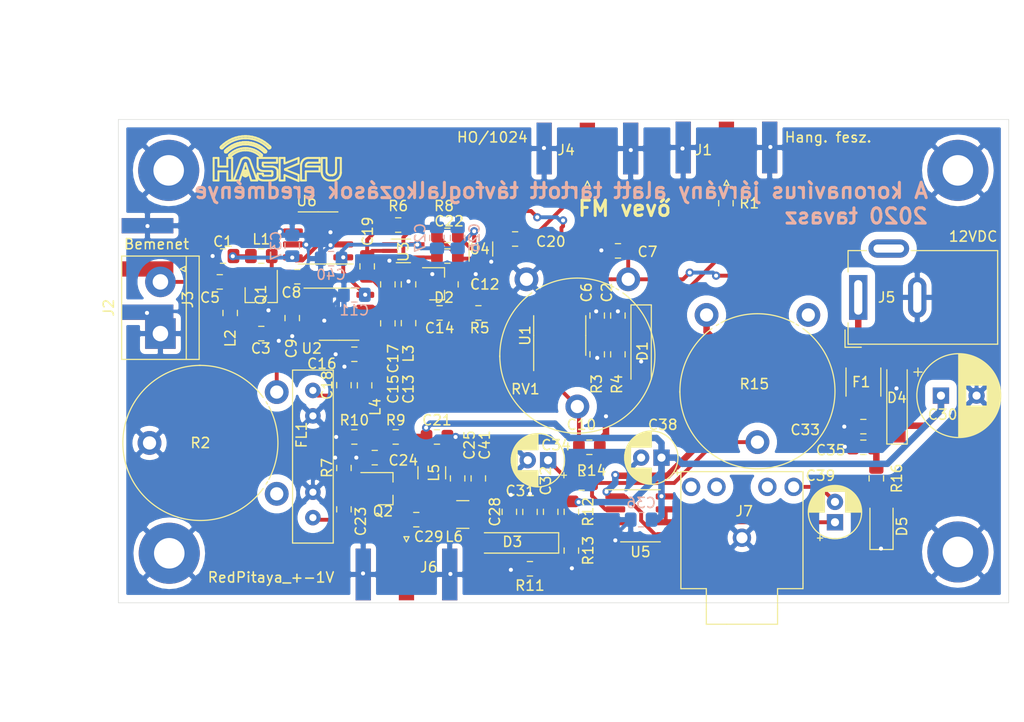
<source format=kicad_pcb>
(kicad_pcb (version 20171130) (host pcbnew 5.1.6)
  (layers (0 F.Cu signal) (31 B.Cu signal) (34 B.Paste user hide) (35 F.Paste user hide) (36 B.SilkS user) (37 F.SilkS user hide) (38 B.Mask user) (39 F.Mask user hide) (44 Edge.Cuts user))
  (net 0 "")
  (net 1 GND)
  (net 2 +12V)
  (net 3 "Net-(C2-Pad1)")
  (net 4 "Net-(C3-Pad1)")
  (net 5 "Net-(C5-Pad1)")
  (net 6 "Net-(C8-Pad1)")
  (net 7 "Net-(C9-Pad2)")
  (net 8 "Net-(C10-Pad1)")
  (net 9 +5V)
  (net 10 "Net-(C12-Pad1)")
  (net 11 "Net-(C13-Pad2)")
  (net 12 "Net-(C13-Pad1)")
  (net 13 "Net-(C15-Pad1)")
  (net 14 "Net-(C16-Pad1)")
  (net 15 "Net-(C18-Pad1)")
  (net 16 "Net-(C19-Pad2)")
  (net 17 "Net-(C20-Pad2)")
  (net 18 "Net-(C20-Pad1)")
  (net 19 "Net-(C22-Pad2)")
  (net 20 "Net-(C22-Pad1)")
  (net 21 "Net-(C23-Pad2)")
  (net 22 "Net-(C23-Pad1)")
  (net 23 "Net-(C24-Pad1)")
  (net 24 "Net-(C25-Pad2)")
  (net 25 "Net-(C28-Pad1)")
  (net 26 "Net-(C29-Pad2)")
  (net 27 "Net-(C29-Pad1)")
  (net 28 "Net-(C32-Pad1)")
  (net 29 "Net-(C34-Pad1)")
  (net 30 "Net-(C39-Pad2)")
  (net 31 "Net-(C39-Pad1)")
  (net 32 "Net-(D5-Pad2)")
  (net 33 "Net-(F1-Pad2)")
  (net 34 "Net-(J1-Pad1)")
  (net 35 "Net-(R3-Pad1)")
  (net 36 "Net-(R4-Pad2)")
  (net 37 "Net-(R8-Pad2)")
  (net 38 "Net-(R14-Pad1)")
  (net 39 "Net-(R15-Pad1)")
  (net 40 "Net-(U6-Pad5)")
  (net 41 "Net-(U6-Pad4)")
  (net 42 "Net-(C5-Pad2)")
  (net 43 "Net-(C8-Pad2)")
  (net 44 "Net-(U2-Pad4)")
  (module Package_SO:SOIC-8_3.9x4.9mm_P1.27mm (layer F.Cu) (at 39.624 56.642 180)
    (fp_text reference U6 (at 1.124 3.642) (layer F.SilkS))
    (fp_text value L78L05_SO8)
    (pad 8 smd roundrect (at 2.475 -1.905 180) (size 1.95 0.6) (layers F.Cu F.Paste F.Mask) (net 2 +12V))
    (pad 7 smd roundrect (at 2.475 -0.635 180) (size 1.95 0.6) (layers F.Cu F.Paste F.Mask) (net 1 GND))
    (pad 6 smd roundrect (at 2.475 0.635 180) (size 1.95 0.6) (layers F.Cu F.Paste F.Mask) (net 1 GND))
    (pad 5 smd roundrect (at 2.475 1.905 180) (size 1.95 0.6) (layers F.Cu F.Paste F.Mask) (net 40 "Net-(U6-Pad5)"))
    (pad 4 smd roundrect (at -2.475 1.905 180) (size 1.95 0.6) (layers F.Cu F.Paste F.Mask) (net 41 "Net-(U6-Pad4)"))
    (pad 3 smd roundrect (at -2.475 0.635 180) (size 1.95 0.6) (layers F.Cu F.Paste F.Mask) (net 1 GND))
    (pad 2 smd roundrect (at -2.475 -0.635 180) (size 1.95 0.6) (layers F.Cu F.Paste F.Mask) (net 1 GND))
    (pad 1 smd roundrect (at -2.475 -1.905 180) (size 1.95 0.6) (layers F.Cu F.Paste F.Mask) (net 9 +5V))
  )
  (module Package_SO:SOIC-8_3.9x4.9mm_P1.27mm (layer F.Cu) (at 71.309 83.947)
    (fp_text reference U5 (at 0 3.553) (layer F.SilkS))
    (fp_text value LM358)
    (pad 8 smd roundrect (at 2.475 -1.905) (size 1.95 0.6) (layers F.Cu F.Paste F.Mask) (net 2 +12V))
    (pad 7 smd roundrect (at 2.475 -0.635) (size 1.95 0.6) (layers F.Cu F.Paste F.Mask) (net 31 "Net-(C39-Pad1)"))
    (pad 6 smd roundrect (at 2.475 0.635) (size 1.95 0.6) (layers F.Cu F.Paste F.Mask) (net 31 "Net-(C39-Pad1)"))
    (pad 5 smd roundrect (at 2.475 1.905) (size 1.95 0.6) (layers F.Cu F.Paste F.Mask) (net 39 "Net-(R15-Pad1)"))
    (pad 4 smd roundrect (at -2.475 1.905) (size 1.95 0.6) (layers F.Cu F.Paste F.Mask) (net 1 GND))
    (pad 3 smd roundrect (at -2.475 0.635) (size 1.95 0.6) (layers F.Cu F.Paste F.Mask) (net 28 "Net-(C32-Pad1)"))
    (pad 2 smd roundrect (at -2.475 -0.635) (size 1.95 0.6) (layers F.Cu F.Paste F.Mask) (net 38 "Net-(R14-Pad1)"))
    (pad 1 smd roundrect (at -2.475 -1.905) (size 1.95 0.6) (layers F.Cu F.Paste F.Mask) (net 39 "Net-(R15-Pad1)"))
  )
  (module Package_TO_SOT_SMD:SOT-353_SC-70-5 (layer F.Cu) (at 55.626 57.724 90)
    (fp_text reference U4 (at 0 -0.126 180) (layer F.SilkS))
    (fp_text value 74AHC1G4210)
    (pad 5 smd rect (at 0.95 -0.65 90) (size 0.65 0.4) (layers F.Cu F.Paste F.Mask) (net 9 +5V))
    (pad 4 smd rect (at 0.95 0.65 90) (size 0.65 0.4) (layers F.Cu F.Paste F.Mask) (net 17 "Net-(C20-Pad2)"))
    (pad 2 smd rect (at -0.95 0 90) (size 0.65 0.4) (layers F.Cu F.Paste F.Mask) (net 37 "Net-(R8-Pad2)"))
    (pad 3 smd rect (at -0.95 0.65 90) (size 0.65 0.4) (layers F.Cu F.Paste F.Mask) (net 1 GND))
    (pad 1 smd rect (at -0.95 -0.65 90) (size 0.65 0.4) (layers F.Cu F.Paste F.Mask) (net 20 "Net-(C22-Pad1)"))
  )
  (module Package_TO_SOT_SMD:SOT-353_SC-70-5_Handsoldering (layer F.Cu) (at 48.006 57.912)
    (fp_text reference U3 (at 0 0.088 90) (layer F.SilkS))
    (fp_text value 74LVC1GU04)
    (pad 5 smd rect (at 1.33 -0.65) (size 1.5 0.4) (layers F.Cu F.Paste F.Mask) (net 9 +5V))
    (pad 4 smd rect (at 1.33 0.65) (size 1.5 0.4) (layers F.Cu F.Paste F.Mask) (net 19 "Net-(C22-Pad2)"))
    (pad 3 smd rect (at -1.33 0.65) (size 1.5 0.4) (layers F.Cu F.Paste F.Mask) (net 1 GND))
    (pad 2 smd rect (at -1.33 0) (size 1.5 0.4) (layers F.Cu F.Paste F.Mask) (net 16 "Net-(C19-Pad2)"))
    (pad 1 smd rect (at -1.33 -0.65) (size 1.5 0.4) (layers F.Cu F.Paste F.Mask))
  )
  (module Package_SO:SO-8_3.9x4.9mm_P1.27mm (layer F.Cu) (at 41.691 64.135)
    (fp_text reference U2 (at -2.691 3.365) (layer F.SilkS))
    (fp_text value SA612)
    (pad 8 smd roundrect (at 2.575 -1.905) (size 1.75 0.6) (layers F.Cu F.Paste F.Mask) (net 9 +5V))
    (pad 7 smd roundrect (at 2.575 -0.635) (size 1.75 0.6) (layers F.Cu F.Paste F.Mask) (net 13 "Net-(C15-Pad1)"))
    (pad 6 smd roundrect (at 2.575 0.635) (size 1.75 0.6) (layers F.Cu F.Paste F.Mask) (net 12 "Net-(C13-Pad1)"))
    (pad 5 smd roundrect (at 2.575 1.905) (size 1.75 0.6) (layers F.Cu F.Paste F.Mask) (net 14 "Net-(C16-Pad1)"))
    (pad 4 smd roundrect (at -2.575 1.905) (size 1.75 0.6) (layers F.Cu F.Paste F.Mask) (net 44 "Net-(U2-Pad4)"))
    (pad 3 smd roundrect (at -2.575 0.635) (size 1.75 0.6) (layers F.Cu F.Paste F.Mask) (net 1 GND))
    (pad 2 smd roundrect (at -2.575 -0.635) (size 1.75 0.6) (layers F.Cu F.Paste F.Mask) (net 7 "Net-(C9-Pad2)"))
    (pad 1 smd roundrect (at -2.575 -1.905) (size 1.75 0.6) (layers F.Cu F.Paste F.Mask) (net 6 "Net-(C8-Pad1)"))
  )
  (module Package_SO:SOIC-8_3.9x4.9mm_P1.27mm (layer F.Cu) (at 63.373 66.229 90)
    (fp_text reference U1 (at 0 -3.4 90) (layer F.SilkS))
    (fp_text value LM358)
    (pad 8 smd roundrect (at 2.475 -1.905 90) (size 1.95 0.6) (layers F.Cu F.Paste F.Mask) (net 2 +12V))
    (pad 7 smd roundrect (at 2.475 -0.635 90) (size 1.95 0.6) (layers F.Cu F.Paste F.Mask) (net 36 "Net-(R4-Pad2)"))
    (pad 6 smd roundrect (at 2.475 0.635 90) (size 1.95 0.6) (layers F.Cu F.Paste F.Mask) (net 35 "Net-(R3-Pad1)"))
    (pad 5 smd roundrect (at 2.475 1.905 90) (size 1.95 0.6) (layers F.Cu F.Paste F.Mask) (net 3 "Net-(C2-Pad1)"))
    (pad 4 smd roundrect (at -2.475 1.905 90) (size 1.95 0.6) (layers F.Cu F.Paste F.Mask) (net 1 GND))
    (pad 3 smd roundrect (at -2.475 0.635 90) (size 1.95 0.6) (layers F.Cu F.Paste F.Mask) (net 36 "Net-(R4-Pad2)"))
    (pad 2 smd roundrect (at -2.475 -0.635 90) (size 1.95 0.6) (layers F.Cu F.Paste F.Mask) (net 8 "Net-(C10-Pad1)"))
    (pad 1 smd roundrect (at -2.475 -1.905 90) (size 1.95 0.6) (layers F.Cu F.Paste F.Mask) (net 8 "Net-(C10-Pad1)"))
  )
  (module Potentiometer_THT:Potentiometer_Piher_PT-15-V02_Vertical (layer F.Cu) (at 60.104 60.706 270)
    (fp_text reference RV1 (at 10.794 0.104 180) (layer F.SilkS))
    (fp_text value 10k)
    (pad 1 thru_hole circle (at 0 0 270) (size 2.34 2.34) (drill 1.3) (layers *.Cu *.Mask) (net 1 GND))
    (pad 2 thru_hole circle (at 12.5 -5 270) (size 2.34 2.34) (drill 1.3) (layers *.Cu *.Mask) (net 8 "Net-(C10-Pad1)"))
    (pad 3 thru_hole circle (at 0 -10 270) (size 2.34 2.34) (drill 1.3) (layers *.Cu *.Mask) (net 2 +12V))
  )
  (module Resistor_SMD:R_0805_2012Metric_Pad1.15x1.40mm_HandSolder (layer F.Cu) (at 94.488 80.273 270)
    (fp_text reference R16 (at 0 -2.012 270) (layer F.SilkS))
    (fp_text value 1k5)
    (pad 2 smd roundrect (at 1.025 0 270) (size 1.15 1.4) (layers F.Cu F.Paste F.Mask) (roundrect_rratio 0.217391) (net 32 "Net-(D5-Pad2)"))
    (pad 1 smd roundrect (at -1.025 0 270) (size 1.15 1.4) (layers F.Cu F.Paste F.Mask) (roundrect_rratio 0.217391) (net 2 +12V))
  )
  (module Potentiometer_THT:Potentiometer_Piher_PT-15-V02_Vertical (layer F.Cu) (at 77.804 64.208 270)
    (fp_text reference R15 (at 6.792 -4.696 180) (layer F.SilkS))
    (fp_text value 10k)
    (pad 1 thru_hole circle (at 0 0 270) (size 2.34 2.34) (drill 1.3) (layers *.Cu *.Mask) (net 39 "Net-(R15-Pad1)"))
    (pad 2 thru_hole circle (at 12.5 -5 270) (size 2.34 2.34) (drill 1.3) (layers *.Cu *.Mask) (net 38 "Net-(R14-Pad1)"))
    (pad 3 thru_hole circle (at 0 -10 270) (size 2.34 2.34) (drill 1.3) (layers *.Cu *.Mask))
  )
  (module Resistor_SMD:R_0805_2012Metric_Pad1.15x1.40mm_HandSolder (layer F.Cu) (at 65.523 80.7212 180)
    (fp_text reference R14 (at -0.977 1.2212) (layer F.SilkS))
    (fp_text value 1k5)
    (pad 2 smd roundrect (at 1.025 0 180) (size 1.15 1.4) (layers F.Cu F.Paste F.Mask) (roundrect_rratio 0.217391) (net 29 "Net-(C34-Pad1)"))
    (pad 1 smd roundrect (at -1.025 0 180) (size 1.15 1.4) (layers F.Cu F.Paste F.Mask) (roundrect_rratio 0.217391) (net 38 "Net-(R14-Pad1)"))
  )
  (module Resistor_SMD:R_0805_2012Metric_Pad1.15x1.40mm_HandSolder (layer F.Cu) (at 64.516 87.367 270)
    (fp_text reference R13 (at 0 -1.65 90) (layer F.SilkS))
    (fp_text value 110k)
    (pad 2 smd roundrect (at 1.025 0 270) (size 1.15 1.4) (layers F.Cu F.Paste F.Mask) (roundrect_rratio 0.217391) (net 1 GND))
    (pad 1 smd roundrect (at -1.025 0 270) (size 1.15 1.4) (layers F.Cu F.Paste F.Mask) (roundrect_rratio 0.217391) (net 28 "Net-(C32-Pad1)"))
  )
  (module Resistor_SMD:R_0805_2012Metric_Pad1.15x1.40mm_HandSolder (layer F.Cu) (at 64.516 83.557 270)
    (fp_text reference R12 (at 0 -1.65 90) (layer F.SilkS))
    (fp_text value 110k)
    (pad 2 smd roundrect (at 1.025 0 270) (size 1.15 1.4) (layers F.Cu F.Paste F.Mask) (roundrect_rratio 0.217391) (net 28 "Net-(C32-Pad1)"))
    (pad 1 smd roundrect (at -1.025 0 270) (size 1.15 1.4) (layers F.Cu F.Paste F.Mask) (roundrect_rratio 0.217391) (net 2 +12V))
  )
  (module Resistor_SMD:R_0805_2012Metric_Pad1.15x1.40mm_HandSolder (layer F.Cu) (at 60.443 89.154 180)
    (fp_text reference R11 (at 0 -1.65) (layer F.SilkS))
    (fp_text value 1k5)
    (pad 2 smd roundrect (at 1.025 0 180) (size 1.15 1.4) (layers F.Cu F.Paste F.Mask) (roundrect_rratio 0.217391) (net 1 GND))
    (pad 1 smd roundrect (at -1.025 0 180) (size 1.15 1.4) (layers F.Cu F.Paste F.Mask) (roundrect_rratio 0.217391) (net 25 "Net-(C28-Pad1)"))
  )
  (module Resistor_SMD:R_0805_2012Metric_Pad1.15x1.40mm_HandSolder (layer F.Cu) (at 43.189 76.2)
    (fp_text reference R10 (at 0 -1.65) (layer F.SilkS))
    (fp_text value 10k)
    (pad 2 smd roundrect (at 1.025 0) (size 1.15 1.4) (layers F.Cu F.Paste F.Mask) (roundrect_rratio 0.217391) (net 23 "Net-(C24-Pad1)"))
    (pad 1 smd roundrect (at -1.025 0) (size 1.15 1.4) (layers F.Cu F.Paste F.Mask) (roundrect_rratio 0.217391) (net 1 GND))
  )
  (module Resistor_SMD:R_0805_2012Metric_Pad1.15x1.40mm_HandSolder (layer F.Cu) (at 47.253 76.2)
    (fp_text reference R9 (at 0 -1.65) (layer F.SilkS))
    (fp_text value 8k2)
    (pad 2 smd roundrect (at 1.025 0) (size 1.15 1.4) (layers F.Cu F.Paste F.Mask) (roundrect_rratio 0.217391) (net 2 +12V))
    (pad 1 smd roundrect (at -1.025 0) (size 1.15 1.4) (layers F.Cu F.Paste F.Mask) (roundrect_rratio 0.217391) (net 23 "Net-(C24-Pad1)"))
  )
  (module Resistor_SMD:R_0805_2012Metric_Pad1.15x1.40mm_HandSolder (layer F.Cu) (at 52.333 56.388)
    (fp_text reference R8 (at -0.333 -2.888) (layer F.SilkS))
    (fp_text value 1M)
    (pad 2 smd roundrect (at 1.025 0) (size 1.15 1.4) (layers F.Cu F.Paste F.Mask) (roundrect_rratio 0.217391) (net 37 "Net-(R8-Pad2)"))
    (pad 1 smd roundrect (at -1.025 0) (size 1.15 1.4) (layers F.Cu F.Paste F.Mask) (roundrect_rratio 0.217391) (net 20 "Net-(C22-Pad1)"))
  )
  (module Resistor_SMD:R_0805_2012Metric_Pad1.15x1.40mm_HandSolder (layer F.Cu) (at 42.164 79.248 90)
    (fp_text reference R7 (at 0 -1.664 90) (layer F.SilkS))
    (fp_text value 68k1)
    (pad 2 smd roundrect (at 1.025 0 90) (size 1.15 1.4) (layers F.Cu F.Paste F.Mask) (roundrect_rratio 0.217391) (net 1 GND))
    (pad 1 smd roundrect (at -1.025 0 90) (size 1.15 1.4) (layers F.Cu F.Paste F.Mask) (roundrect_rratio 0.217391) (net 22 "Net-(C23-Pad1)"))
  )
  (module Resistor_SMD:R_0805_2012Metric_Pad1.15x1.40mm_HandSolder (layer F.Cu) (at 47.498 55.372 180)
    (fp_text reference R6 (at 0 1.872) (layer F.SilkS))
    (fp_text value 1M)
    (pad 2 smd roundrect (at 1.025 0 180) (size 1.15 1.4) (layers F.Cu F.Paste F.Mask) (roundrect_rratio 0.217391) (net 16 "Net-(C19-Pad2)"))
    (pad 1 smd roundrect (at -1.025 0 180) (size 1.15 1.4) (layers F.Cu F.Paste F.Mask) (roundrect_rratio 0.217391) (net 19 "Net-(C22-Pad2)"))
  )
  (module Resistor_SMD:R_0805_2012Metric_Pad1.15x1.40mm_HandSolder (layer F.Cu) (at 55.381 64.008)
    (fp_text reference R5 (at 0.119 1.492) (layer F.SilkS))
    (fp_text value 68k1)
    (pad 2 smd roundrect (at 1.025 0) (size 1.15 1.4) (layers F.Cu F.Paste F.Mask) (roundrect_rratio 0.217391) (net 8 "Net-(C10-Pad1)"))
    (pad 1 smd roundrect (at -1.025 0) (size 1.15 1.4) (layers F.Cu F.Paste F.Mask) (roundrect_rratio 0.217391) (net 10 "Net-(C12-Pad1)"))
  )
  (module Resistor_SMD:R_0805_2012Metric_Pad1.15x1.40mm_HandSolder (layer F.Cu) (at 69.088 68.081 270)
    (fp_text reference R4 (at 2.919 0.088 270) (layer F.SilkS))
    (fp_text value 110k)
    (pad 2 smd roundrect (at 1.025 0 270) (size 1.15 1.4) (layers F.Cu F.Paste F.Mask) (roundrect_rratio 0.217391) (net 36 "Net-(R4-Pad2)"))
    (pad 1 smd roundrect (at -1.025 0 270) (size 1.15 1.4) (layers F.Cu F.Paste F.Mask) (roundrect_rratio 0.217391) (net 35 "Net-(R3-Pad1)"))
  )
  (module Resistor_SMD:R_0805_2012Metric_Pad1.15x1.40mm_HandSolder (layer F.Cu) (at 67.056 68.081 270)
    (fp_text reference R3 (at 2.919 0.056 90) (layer F.SilkS))
    (fp_text value 10k)
    (pad 2 smd roundrect (at 1.025 0 270) (size 1.15 1.4) (layers F.Cu F.Paste F.Mask) (roundrect_rratio 0.217391) (net 1 GND))
    (pad 1 smd roundrect (at -1.025 0 270) (size 1.15 1.4) (layers F.Cu F.Paste F.Mask) (roundrect_rratio 0.217391) (net 35 "Net-(R3-Pad1)"))
  )
  (module Potentiometer_THT:Potentiometer_Piher_PT-15-V02_Vertical (layer F.Cu) (at 35.56 71.788 180)
    (fp_text reference R2 (at 7.5 -5) (layer F.SilkS))
    (fp_text value 470)
    (pad 1 thru_hole circle (at 0 0 180) (size 2.34 2.34) (drill 1.3) (layers *.Cu *.Mask) (net 4 "Net-(C3-Pad1)"))
    (pad 2 thru_hole circle (at 12.5 -5 180) (size 2.34 2.34) (drill 1.3) (layers *.Cu *.Mask) (net 1 GND))
    (pad 3 thru_hole circle (at 0 -10 180) (size 2.34 2.34) (drill 1.3) (layers *.Cu *.Mask))
  )
  (module Resistor_SMD:R_0805_2012Metric_Pad1.15x1.40mm_HandSolder (layer F.Cu) (at 79.7052 53.2294 90)
    (fp_text reference R1 (at 0 2.2948 180) (layer F.SilkS))
    (fp_text value 200)
    (pad 2 smd roundrect (at 1.025 0 90) (size 1.15 1.4) (layers F.Cu F.Paste F.Mask) (roundrect_rratio 0.217391) (net 34 "Net-(J1-Pad1)"))
    (pad 1 smd roundrect (at -1.025 0 90) (size 1.15 1.4) (layers F.Cu F.Paste F.Mask) (roundrect_rratio 0.217391) (net 3 "Net-(C2-Pad1)"))
  )
  (module Package_TO_SOT_SMD:SOT-23_Handsoldering (layer F.Cu) (at 46.228 81.28)
    (fp_text reference Q2 (at -0.228 2.22) (layer F.SilkS))
    (fp_text value MMBT3904)
    (pad 3 smd rect (at 1.5 0) (size 1.9 0.8) (layers F.Cu F.Paste F.Mask) (net 24 "Net-(C25-Pad2)"))
    (pad 2 smd rect (at -1.5 0.95) (size 1.9 0.8) (layers F.Cu F.Paste F.Mask) (net 22 "Net-(C23-Pad1)"))
    (pad 1 smd rect (at -1.5 -0.95) (size 1.9 0.8) (layers F.Cu F.Paste F.Mask) (net 23 "Net-(C24-Pad1)"))
  )
  (module Package_TO_SOT_SMD:SOT-23_Handsoldering (layer F.Cu) (at 34.036 62.23 270)
    (fp_text reference Q1 (at 0 0.036 90) (layer F.SilkS))
    (fp_text value mmbfj310)
    (pad 3 smd rect (at 1.5 0 270) (size 1.9 0.8) (layers F.Cu F.Paste F.Mask) (net 1 GND))
    (pad 2 smd rect (at -1.5 0.95 270) (size 1.9 0.8) (layers F.Cu F.Paste F.Mask) (net 5 "Net-(C5-Pad1)"))
    (pad 1 smd rect (at -1.5 -0.95 270) (size 1.9 0.8) (layers F.Cu F.Paste F.Mask) (net 43 "Net-(C8-Pad2)"))
  )
  (module Inductor_SMD:L_1210_3225Metric_Pad1.42x2.65mm_HandSolder (layer F.Cu) (at 53.848 83.82)
    (fp_text reference L6 (at -0.848 2.18) (layer F.SilkS))
    (fp_text value 6.8u)
    (pad 2 smd roundrect (at 1.4875 0) (size 1.425 2.65) (layers F.Cu F.Paste F.Mask) (roundrect_rratio 0.175439) (net 24 "Net-(C25-Pad2)"))
    (pad 1 smd roundrect (at -1.4875 0) (size 1.425 2.65) (layers F.Cu F.Paste F.Mask) (roundrect_rratio 0.175439) (net 26 "Net-(C29-Pad2)"))
  )
  (module Inductor_SMD:L_1210_3225Metric_Pad1.42x2.65mm_HandSolder (layer F.Cu) (at 50.8 79.7195 270)
    (fp_text reference L5 (at 0 -0.2 90) (layer F.SilkS))
    (fp_text value 680n)
    (pad 2 smd roundrect (at 1.4875 0 270) (size 1.425 2.65) (layers F.Cu F.Paste F.Mask) (roundrect_rratio 0.175439) (net 24 "Net-(C25-Pad2)"))
    (pad 1 smd roundrect (at -1.4875 0 270) (size 1.425 2.65) (layers F.Cu F.Paste F.Mask) (roundrect_rratio 0.175439) (net 2 +12V))
  )
  (module Inductor_SMD:L_0805_2012Metric_Pad1.15x1.40mm_HandSolder (layer F.Cu) (at 44.196 71.129 270)
    (fp_text reference L4 (at 2.121 -1.054 90) (layer F.SilkS))
    (fp_text value 910n)
    (pad 2 smd roundrect (at 1.025 0 270) (size 1.15 1.4) (layers F.Cu F.Paste F.Mask) (roundrect_rratio 0.217391) (net 15 "Net-(C18-Pad1)"))
    (pad 1 smd roundrect (at -1.025 0 270) (size 1.15 1.4) (layers F.Cu F.Paste F.Mask) (roundrect_rratio 0.217391) (net 14 "Net-(C16-Pad1)"))
  )
  (module Inductor_SMD:L_0805_2012Metric_Pad1.15x1.40mm_HandSolder (layer F.Cu) (at 48.514 61.205 90)
    (fp_text reference L3 (at -6.795 -0.014 90) (layer F.SilkS))
    (fp_text value 68n)
    (pad 2 smd roundrect (at 1.025 0 90) (size 1.15 1.4) (layers F.Cu F.Paste F.Mask) (roundrect_rratio 0.217391) (net 1 GND))
    (pad 1 smd roundrect (at -1.025 0 90) (size 1.15 1.4) (layers F.Cu F.Paste F.Mask) (roundrect_rratio 0.217391) (net 11 "Net-(C13-Pad2)"))
  )
  (module Inductor_SMD:L_0805_2012Metric_Pad1.15x1.40mm_HandSolder (layer F.Cu) (at 30.988 64.017 270)
    (fp_text reference L2 (at 2.483 -0.012 90) (layer F.SilkS))
    (fp_text value 910n)
    (pad 2 smd roundrect (at 1.025 0 270) (size 1.15 1.4) (layers F.Cu F.Paste F.Mask) (roundrect_rratio 0.217391) (net 4 "Net-(C3-Pad1)"))
    (pad 1 smd roundrect (at -1.025 0 270) (size 1.15 1.4) (layers F.Cu F.Paste F.Mask) (roundrect_rratio 0.217391) (net 5 "Net-(C5-Pad1)"))
  )
  (module Inductor_SMD:L_0805_2012Metric_Pad1.15x1.40mm_HandSolder (layer F.Cu) (at 34.045 58.42)
    (fp_text reference L1 (at 0 -1.65) (layer F.SilkS))
    (fp_text value 910n)
    (pad 2 smd roundrect (at 1.025 0) (size 1.15 1.4) (layers F.Cu F.Paste F.Mask) (roundrect_rratio 0.217391) (net 43 "Net-(C8-Pad2)"))
    (pad 1 smd roundrect (at -1.025 0) (size 1.15 1.4) (layers F.Cu F.Paste F.Mask) (roundrect_rratio 0.217391) (net 2 +12V))
  )
  (module custom:js35-09 (layer F.Cu) (at 81.28 86.106 90)
    (fp_text reference J7 (at 2.606 0.22 180) (layer F.SilkS))
    (fp_text value AudioJack)
    (pad T thru_hole circle (at 5 5.08 90) (size 1.8 1.8) (drill 1.1) (layers *.Cu *.Mask) (net 30 "Net-(C39-Pad2)"))
    (pad 4 thru_hole circle (at 5 -2.5 90) (size 1.8 1.8) (drill 1.1) (layers *.Cu *.Mask))
    (pad 3 thru_hole circle (at 5 2.5 180) (size 1.8 1.8) (drill 1.1) (layers *.Cu *.Mask))
    (pad S thru_hole circle (at 0 0 90) (size 1.8 1.8) (drill 1.1) (layers *.Cu *.Mask) (net 1 GND))
    (pad 1 thru_hole circle (at 5 -5 90) (size 1.8 1.8) (drill 1.1) (layers *.Cu *.Mask))
  )
  (module Connector_Coaxial:SMA_Amphenol_132289_EdgeMount (layer F.Cu) (at 48.3108 89.7128 270)
    (fp_text reference J6 (at -0.7128 -2.1892) (layer F.SilkS))
    (fp_text value RedPitaya_+-1V (at 0.2872 13.3108) (layer F.SilkS))
    (pad 1 smd rect (at 0 0) (size 1.5 5.08) (layers F.Cu F.Paste F.Mask) (net 27 "Net-(C29-Pad1)"))
    (pad 2 smd rect (at 0 -4.25) (size 1.5 5.08) (layers F.Cu F.Paste F.Mask) (net 1 GND))
    (pad 2 smd rect (at 0 4.25) (size 1.5 5.08) (layers F.Cu F.Paste F.Mask) (net 1 GND))
    (pad 2 smd rect (at 0 -4.25) (size 1.5 5.08) (layers B.Cu B.Paste B.Mask) (net 1 GND))
    (pad 2 smd rect (at 0 4.25) (size 1.5 5.08) (layers B.Cu B.Paste B.Mask) (net 1 GND))
  )
  (module Connector_BarrelJack:BarrelJack_Wuerth_6941xx301002 (layer F.Cu) (at 92.71 62.484 90)
    (fp_text reference J5 (at 0 2.79 180) (layer F.SilkS))
    (fp_text value 12VDC (at 5.984 11.29 180) (layer F.SilkS))
    (pad 1 thru_hole rect (at 0 0 90) (size 4.4 1.8) (drill oval 3.4 0.8) (layers *.Cu *.Mask) (net 33 "Net-(F1-Pad2)"))
    (pad 2 thru_hole oval (at 0 5.8 90) (size 4 1.8) (drill oval 3 0.8) (layers *.Cu *.Mask) (net 1 GND))
    (pad 3 thru_hole oval (at 4.8 3 180) (size 4 1.8) (drill oval 3 0.8) (layers *.Cu *.Mask))
  )
  (module Connector_Coaxial:SMA_Amphenol_132289_EdgeMount (layer F.Cu) (at 66.0908 47.8536 90)
    (fp_text reference J4 (at -0.1464 -2.0908) (layer F.SilkS))
    (fp_text value HO/1024 (at 1.1036 -9.3408 180) (layer F.SilkS))
    (pad 1 smd rect (at 0 0 180) (size 1.5 5.08) (layers F.Cu F.Paste F.Mask) (net 18 "Net-(C20-Pad1)"))
    (pad 2 smd rect (at 0 -4.25 180) (size 1.5 5.08) (layers F.Cu F.Paste F.Mask) (net 1 GND))
    (pad 2 smd rect (at 0 4.25 180) (size 1.5 5.08) (layers F.Cu F.Paste F.Mask) (net 1 GND))
    (pad 2 smd rect (at 0 -4.25 180) (size 1.5 5.08) (layers B.Cu B.Paste B.Mask) (net 1 GND))
    (pad 2 smd rect (at 0 4.25 180) (size 1.5 5.08) (layers B.Cu B.Paste B.Mask) (net 1 GND))
  )
  (module Connector_Coaxial:SMA_Amphenol_132289_EdgeMount (layer F.Cu) (at 22.86 59.69 180)
    (fp_text reference J3 (at -3.96 -3 90) (layer F.SilkS))
    (fp_text value Bemenet (at -0.89 2.44) (layer F.SilkS))
    (pad 1 smd rect (at 0 0 270) (size 1.5 5.08) (layers F.Cu F.Paste F.Mask) (net 42 "Net-(C5-Pad2)"))
    (pad 2 smd rect (at 0 -4.25 270) (size 1.5 5.08) (layers F.Cu F.Paste F.Mask) (net 1 GND))
    (pad 2 smd rect (at 0 4.25 270) (size 1.5 5.08) (layers F.Cu F.Paste F.Mask) (net 1 GND))
    (pad 2 smd rect (at 0 -4.25 270) (size 1.5 5.08) (layers B.Cu B.Paste B.Mask) (net 1 GND))
    (pad 2 smd rect (at 0 4.25 270) (size 1.5 5.08) (layers B.Cu B.Paste B.Mask) (net 1 GND))
  )
  (module TerminalBlock:TerminalBlock_bornier-2_P5.08mm (layer F.Cu) (at 24.13 66.04 90)
    (fp_text reference J2 (at 2.54 -5.08 90) (layer F.SilkS))
    (fp_text value bemenet2)
    (pad 2 thru_hole circle (at 5.08 0 90) (size 3 3) (drill 1.52) (layers *.Cu *.Mask) (net 42 "Net-(C5-Pad2)"))
    (pad 1 thru_hole rect (at 0 0 90) (size 3 3) (drill 1.52) (layers *.Cu *.Mask) (net 1 GND))
  )
  (module Connector_Coaxial:SMA_Amphenol_132289_EdgeMount (layer F.Cu) (at 79.756 47.752 90)
    (fp_text reference J1 (at -0.248 -2.256) (layer F.SilkS))
    (fp_text value "Hang. fesz." (at 1.002 9.994 180) (layer F.SilkS))
    (pad 1 smd rect (at 0 0 180) (size 1.5 5.08) (layers F.Cu F.Paste F.Mask) (net 34 "Net-(J1-Pad1)"))
    (pad 2 smd rect (at 0 -4.25 180) (size 1.5 5.08) (layers F.Cu F.Paste F.Mask) (net 1 GND))
    (pad 2 smd rect (at 0 4.25 180) (size 1.5 5.08) (layers F.Cu F.Paste F.Mask) (net 1 GND))
    (pad 2 smd rect (at 0 -4.25 180) (size 1.5 5.08) (layers B.Cu B.Paste B.Mask) (net 1 GND))
    (pad 2 smd rect (at 0 4.25 180) (size 1.5 5.08) (layers B.Cu B.Paste B.Mask) (net 1 GND))
  )
  (module MountingHole:MountingHole_3mm_Pad (layer F.Cu) (at 25 87.63)
    (fp_text reference H4 hide)
    (fp_text value MountingHole_Pad hide)
    (pad 1 thru_hole circle (at 0 0) (size 6 6) (drill 3) (layers *.Cu *.Mask) (net 1 GND))
  )
  (module MountingHole:MountingHole_3mm_Pad (layer F.Cu) (at 102.5 87.5)
    (fp_text reference H3 hide)
    (fp_text value MountingHole_Pad hide)
    (pad 1 thru_hole circle (at 0 0) (size 6 6) (drill 3) (layers *.Cu *.Mask) (net 1 GND))
  )
  (module MountingHole:MountingHole_3mm_Pad (layer F.Cu) (at 102.5 50)
    (fp_text reference H2 hide)
    (fp_text value MountingHole_Pad hide)
    (pad 1 thru_hole circle (at 0 0) (size 6 6) (drill 3) (layers *.Cu *.Mask) (net 1 GND))
  )
  (module MountingHole:MountingHole_3mm_Pad (layer F.Cu) (at 24.9428 50)
    (fp_text reference H1 hide)
    (fp_text value MountingHole_Pad hide)
    (pad 1 thru_hole circle (at 0 0) (size 6 6) (drill 3) (layers *.Cu *.Mask) (net 1 GND))
  )
  (module custom:sfj10.7ma (layer F.Cu) (at 39.116 71.628 270)
    (fp_text reference FL1 (at 4.372 1.116 90) (layer F.SilkS))
    (fp_text value sfj10.7ma)
    (pad 4 thru_hole circle (at 12.5 0 270) (size 1.524 1.524) (drill 0.7) (layers *.Cu *.Mask) (net 21 "Net-(C23-Pad2)"))
    (pad 3 thru_hole circle (at 10 0 270) (size 1.524 1.524) (drill 0.7) (layers *.Cu *.Mask) (net 1 GND))
    (pad 2 thru_hole circle (at 2.5 0 270) (size 1.524 1.524) (drill 0.7) (layers *.Cu *.Mask) (net 1 GND))
    (pad 1 thru_hole circle (at 0 0 270) (size 1.524 1.524) (drill 0.7) (layers *.Cu *.Mask) (net 15 "Net-(C18-Pad1)"))
  )
  (module Fuse:Fuse_1812_4532Metric_Pad1.30x3.40mm_HandSolder (layer F.Cu) (at 93.218 70.805 90)
    (fp_text reference F1 (at 0 -0.218 180) (layer F.SilkS))
    (fp_text value 100mA)
    (pad 2 smd roundrect (at 2.225 0 90) (size 1.3 3.4) (layers F.Cu F.Paste F.Mask) (roundrect_rratio 0.192308) (net 33 "Net-(F1-Pad2)"))
    (pad 1 smd roundrect (at -2.225 0 90) (size 1.3 3.4) (layers F.Cu F.Paste F.Mask) (roundrect_rratio 0.192308) (net 2 +12V))
  )
  (module LED_SMD:LED_1206_3216Metric_Pad1.42x1.75mm_HandSolder (layer F.Cu) (at 94.996 84.7995 90)
    (fp_text reference D5 (at -0.2005 2.004 270) (layer F.SilkS))
    (fp_text value LED)
    (pad 2 smd roundrect (at 1.4875 0 90) (size 1.425 1.75) (layers F.Cu F.Paste F.Mask) (roundrect_rratio 0.175439) (net 32 "Net-(D5-Pad2)"))
    (pad 1 smd roundrect (at -1.4875 0 90) (size 1.425 1.75) (layers F.Cu F.Paste F.Mask) (roundrect_rratio 0.175439) (net 1 GND))
  )
  (module Diode_SMD:D_MiniMELF_Handsoldering (layer F.Cu) (at 96.52 72.346 90)
    (fp_text reference D4 (at 0 -0.02 180) (layer F.SilkS))
    (fp_text value bas85)
    (pad 2 smd rect (at 2.75 0 90) (size 3.3 1.7) (layers F.Cu F.Paste F.Mask) (net 1 GND))
    (pad 1 smd rect (at -2.75 0 90) (size 3.3 1.7) (layers F.Cu F.Paste F.Mask) (net 2 +12V))
  )
  (module Diode_SMD:D_MiniMELF_Handsoldering (layer F.Cu) (at 58.718 86.614 180)
    (fp_text reference D3 (at 0 0.114) (layer F.SilkS))
    (fp_text value bas85)
    (pad 2 smd rect (at 2.75 0 180) (size 3.3 1.7) (layers F.Cu F.Paste F.Mask) (net 24 "Net-(C25-Pad2)"))
    (pad 1 smd rect (at -2.75 0 180) (size 3.3 1.7) (layers F.Cu F.Paste F.Mask) (net 25 "Net-(C28-Pad1)"))
  )
  (module Diode_SMD:D_SOT-23_ANK (layer F.Cu) (at 51.292 61.148)
    (fp_text reference D2 (at 0.708 1.352 180) (layer F.SilkS))
    (fp_text value bby40)
    (pad 1 smd rect (at 1 0) (size 0.9 0.8) (layers F.Cu F.Paste F.Mask) (net 10 "Net-(C12-Pad1)"))
    (pad "" smd rect (at -1 0.95) (size 0.9 0.8) (layers F.Cu F.Paste F.Mask))
    (pad 2 smd rect (at -1 -0.95) (size 0.9 0.8) (layers F.Cu F.Paste F.Mask) (net 1 GND))
  )
  (module Diode_SMD:D_MiniMELF_Handsoldering (layer F.Cu) (at 71.374 67.774 270)
    (fp_text reference D1 (at 0 -0.126 90) (layer F.SilkS))
    (fp_text value bas85)
    (pad 2 smd rect (at 2.75 0 270) (size 3.3 1.7) (layers F.Cu F.Paste F.Mask) (net 1 GND))
    (pad 1 smd rect (at -2.75 0 270) (size 3.3 1.7) (layers F.Cu F.Paste F.Mask) (net 3 "Net-(C2-Pad1)"))
  )
  (module Capacitor_SMD:C_0805_2012Metric_Pad1.15x1.40mm_HandSolder (layer F.Cu) (at 55.372 80.273 270)
    (fp_text reference C41 (at -3.273 -0.628 90) (layer F.SilkS))
    (fp_text value 18p)
    (pad 2 smd roundrect (at 1.025 0 270) (size 1.15 1.4) (layers F.Cu F.Paste F.Mask) (roundrect_rratio 0.217391) (net 24 "Net-(C25-Pad2)"))
    (pad 1 smd roundrect (at -1.025 0 270) (size 1.15 1.4) (layers F.Cu F.Paste F.Mask) (roundrect_rratio 0.217391) (net 2 +12V))
  )
  (module Capacitor_SMD:C_0805_2012Metric_Pad1.15x1.40mm_HandSolder (layer B.Cu) (at 40.903 58.674 180)
    (fp_text reference C40 (at 0 -1.576) (layer B.SilkS) (effects (justify mirror)))
    (fp_text value 10n)
    (pad 2 smd roundrect (at 1.025 0 180) (size 1.15 1.4) (layers B.Cu B.Paste B.Mask) (roundrect_rratio 0.217391) (net 1 GND))
    (pad 1 smd roundrect (at -1.025 0 180) (size 1.15 1.4) (layers B.Cu B.Paste B.Mask) (roundrect_rratio 0.217391) (net 9 +5V))
  )
  (module Capacitor_THT:CP_Radial_D5.0mm_P2.00mm (layer F.Cu) (at 90.424 84.582 90)
    (fp_text reference C39 (at 4.582 -1.424 180) (layer F.SilkS))
    (fp_text value 47u)
    (pad 2 thru_hole circle (at 2 0 90) (size 1.6 1.6) (drill 0.8) (layers *.Cu *.Mask) (net 30 "Net-(C39-Pad2)"))
    (pad 1 thru_hole rect (at 0 0 90) (size 1.6 1.6) (drill 0.8) (layers *.Cu *.Mask) (net 31 "Net-(C39-Pad1)"))
  )
  (module Capacitor_THT:CP_Radial_D5.0mm_P2.00mm (layer F.Cu) (at 73.374 78.232 180)
    (fp_text reference C38 (at -0.126 3.232) (layer F.SilkS))
    (fp_text value 47u)
    (pad 2 thru_hole circle (at 2 0 180) (size 1.6 1.6) (drill 0.8) (layers *.Cu *.Mask) (net 1 GND))
    (pad 1 thru_hole rect (at 0 0 180) (size 1.6 1.6) (drill 0.8) (layers *.Cu *.Mask) (net 2 +12V))
  )
  (module Capacitor_SMD:C_0805_2012Metric_Pad1.15x1.40mm_HandSolder (layer B.Cu) (at 37.084 57.404 90)
    (fp_text reference C37 (at 0 -1.584 90) (layer B.SilkS) (effects (justify mirror)))
    (fp_text value 10n)
    (pad 2 smd roundrect (at 1.025 0 90) (size 1.15 1.4) (layers B.Cu B.Paste B.Mask) (roundrect_rratio 0.217391) (net 1 GND))
    (pad 1 smd roundrect (at -1.025 0 90) (size 1.15 1.4) (layers B.Cu B.Paste B.Mask) (roundrect_rratio 0.217391) (net 2 +12V))
  )
  (module Capacitor_SMD:C_0805_2012Metric_Pad1.15x1.40mm_HandSolder (layer B.Cu) (at 71.374 84.328 180)
    (fp_text reference C36 (at 0 1.65) (layer B.SilkS) (effects (justify mirror)))
    (fp_text value 100n)
    (pad 2 smd roundrect (at 1.025 0 180) (size 1.15 1.4) (layers B.Cu B.Paste B.Mask) (roundrect_rratio 0.217391) (net 1 GND))
    (pad 1 smd roundrect (at -1.025 0 180) (size 1.15 1.4) (layers B.Cu B.Paste B.Mask) (roundrect_rratio 0.217391) (net 2 +12V))
  )
  (module Capacitor_SMD:C_0805_2012Metric_Pad1.15x1.40mm_HandSolder (layer F.Cu) (at 93.209 77.216 180)
    (fp_text reference C35 (at 3.209 -0.284) (layer F.SilkS))
    (fp_text value 2n7)
    (pad 2 smd roundrect (at 1.025 0 180) (size 1.15 1.4) (layers F.Cu F.Paste F.Mask) (roundrect_rratio 0.217391) (net 1 GND))
    (pad 1 smd roundrect (at -1.025 0 180) (size 1.15 1.4) (layers F.Cu F.Paste F.Mask) (roundrect_rratio 0.217391) (net 2 +12V))
  )
  (module Capacitor_THT:CP_Radial_D5.0mm_P2.00mm (layer F.Cu) (at 62.23 78.486 180)
    (fp_text reference C34 (at -0.77 1.486) (layer F.SilkS))
    (fp_text value 47u)
    (pad 2 thru_hole circle (at 2 0 180) (size 1.6 1.6) (drill 0.8) (layers *.Cu *.Mask) (net 1 GND))
    (pad 1 thru_hole rect (at 0 0 180) (size 1.6 1.6) (drill 0.8) (layers *.Cu *.Mask) (net 29 "Net-(C34-Pad1)"))
  )
  (module Capacitor_SMD:C_0805_2012Metric_Pad1.15x1.40mm_HandSolder (layer F.Cu) (at 93.209 75.184 180)
    (fp_text reference C33 (at 5.709 -0.316) (layer F.SilkS))
    (fp_text value 100n)
    (pad 2 smd roundrect (at 1.025 0 180) (size 1.15 1.4) (layers F.Cu F.Paste F.Mask) (roundrect_rratio 0.217391) (net 1 GND))
    (pad 1 smd roundrect (at -1.025 0 180) (size 1.15 1.4) (layers F.Cu F.Paste F.Mask) (roundrect_rratio 0.217391) (net 2 +12V))
  )
  (module Capacitor_SMD:C_0805_2012Metric_Pad1.15x1.40mm_HandSolder (layer F.Cu) (at 62.484 83.557 270)
    (fp_text reference C32 (at -3.057 0.484 90) (layer F.SilkS))
    (fp_text value 100n)
    (pad 2 smd roundrect (at 1.025 0 270) (size 1.15 1.4) (layers F.Cu F.Paste F.Mask) (roundrect_rratio 0.217391) (net 25 "Net-(C28-Pad1)"))
    (pad 1 smd roundrect (at -1.025 0 270) (size 1.15 1.4) (layers F.Cu F.Paste F.Mask) (roundrect_rratio 0.217391) (net 28 "Net-(C32-Pad1)"))
  )
  (module Capacitor_SMD:C_0805_2012Metric_Pad1.15x1.40mm_HandSolder (layer F.Cu) (at 60.452 83.566 90)
    (fp_text reference C31 (at 2.066 -0.952 180) (layer F.SilkS))
    (fp_text value 2n7)
    (pad 2 smd roundrect (at 1.025 0 90) (size 1.15 1.4) (layers F.Cu F.Paste F.Mask) (roundrect_rratio 0.217391) (net 1 GND))
    (pad 1 smd roundrect (at -1.025 0 90) (size 1.15 1.4) (layers F.Cu F.Paste F.Mask) (roundrect_rratio 0.217391) (net 25 "Net-(C28-Pad1)"))
  )
  (module Capacitor_THT:CP_Radial_D8.0mm_P3.50mm (layer F.Cu) (at 100.838 72.136)
    (fp_text reference C30 (at 0.162 1.864) (layer F.SilkS))
    (fp_text value 470u)
    (pad 2 thru_hole circle (at 3.5 0) (size 1.6 1.6) (drill 0.8) (layers *.Cu *.Mask) (net 1 GND))
    (pad 1 thru_hole rect (at 0 0) (size 1.6 1.6) (drill 0.8) (layers *.Cu *.Mask) (net 2 +12V))
  )
  (module Capacitor_SMD:C_0805_2012Metric_Pad1.15x1.40mm_HandSolder (layer F.Cu) (at 49.276 84.328)
    (fp_text reference C29 (at 1.224 1.672) (layer F.SilkS))
    (fp_text value 10n)
    (pad 2 smd roundrect (at 1.025 0) (size 1.15 1.4) (layers F.Cu F.Paste F.Mask) (roundrect_rratio 0.217391) (net 26 "Net-(C29-Pad2)"))
    (pad 1 smd roundrect (at -1.025 0) (size 1.15 1.4) (layers F.Cu F.Paste F.Mask) (roundrect_rratio 0.217391) (net 27 "Net-(C29-Pad1)"))
  )
  (module Capacitor_SMD:C_0805_2012Metric_Pad1.15x1.40mm_HandSolder (layer F.Cu) (at 58.42 83.557 90)
    (fp_text reference C28 (at 0 -1.42 90) (layer F.SilkS))
    (fp_text value 2n7)
    (pad 2 smd roundrect (at 1.025 0 90) (size 1.15 1.4) (layers F.Cu F.Paste F.Mask) (roundrect_rratio 0.217391) (net 1 GND))
    (pad 1 smd roundrect (at -1.025 0 90) (size 1.15 1.4) (layers F.Cu F.Paste F.Mask) (roundrect_rratio 0.217391) (net 25 "Net-(C28-Pad1)"))
  )
  (module Capacitor_SMD:C_0805_2012Metric_Pad1.15x1.40mm_HandSolder (layer B.Cu) (at 51.308 56.633 270)
    (fp_text reference C27 (at 0 1.65 270) (layer B.SilkS) (effects (justify mirror)))
    (fp_text value 100n)
    (pad 2 smd roundrect (at 1.025 0 270) (size 1.15 1.4) (layers B.Cu B.Paste B.Mask) (roundrect_rratio 0.217391) (net 9 +5V))
    (pad 1 smd roundrect (at -1.025 0 270) (size 1.15 1.4) (layers B.Cu B.Paste B.Mask) (roundrect_rratio 0.217391) (net 1 GND))
  )
  (module Capacitor_SMD:C_0805_2012Metric_Pad1.15x1.40mm_HandSolder (layer B.Cu) (at 53.34 56.633 90)
    (fp_text reference C26 (at 0 1.65 90) (layer B.SilkS) (effects (justify mirror)))
    (fp_text value 10n)
    (pad 2 smd roundrect (at 1.025 0 90) (size 1.15 1.4) (layers B.Cu B.Paste B.Mask) (roundrect_rratio 0.217391) (net 1 GND))
    (pad 1 smd roundrect (at -1.025 0 90) (size 1.15 1.4) (layers B.Cu B.Paste B.Mask) (roundrect_rratio 0.217391) (net 9 +5V))
  )
  (module Capacitor_SMD:C_0805_2012Metric_Pad1.15x1.40mm_HandSolder (layer F.Cu) (at 53.34 80.273 270)
    (fp_text reference C25 (at -3.273 -1.16 90) (layer F.SilkS))
    (fp_text value 330p)
    (pad 2 smd roundrect (at 1.025 0 270) (size 1.15 1.4) (layers F.Cu F.Paste F.Mask) (roundrect_rratio 0.217391) (net 24 "Net-(C25-Pad2)"))
    (pad 1 smd roundrect (at -1.025 0 270) (size 1.15 1.4) (layers F.Cu F.Paste F.Mask) (roundrect_rratio 0.217391) (net 2 +12V))
  )
  (module Capacitor_SMD:C_0805_2012Metric_Pad1.15x1.40mm_HandSolder (layer F.Cu) (at 45.194 78.232 180)
    (fp_text reference C24 (at -2.806 -0.268) (layer F.SilkS))
    (fp_text value 2n7)
    (pad 2 smd roundrect (at 1.025 0 180) (size 1.15 1.4) (layers F.Cu F.Paste F.Mask) (roundrect_rratio 0.217391) (net 1 GND))
    (pad 1 smd roundrect (at -1.025 0 180) (size 1.15 1.4) (layers F.Cu F.Paste F.Mask) (roundrect_rratio 0.217391) (net 23 "Net-(C24-Pad1)"))
  )
  (module Capacitor_SMD:C_0805_2012Metric_Pad1.15x1.40mm_HandSolder (layer F.Cu) (at 42.164 83.312 270)
    (fp_text reference C23 (at 1.188 -1.65 90) (layer F.SilkS))
    (fp_text value 2n7)
    (pad 2 smd roundrect (at 1.025 0 270) (size 1.15 1.4) (layers F.Cu F.Paste F.Mask) (roundrect_rratio 0.217391) (net 21 "Net-(C23-Pad2)"))
    (pad 1 smd roundrect (at -1.025 0 270) (size 1.15 1.4) (layers F.Cu F.Paste F.Mask) (roundrect_rratio 0.217391) (net 22 "Net-(C23-Pad1)"))
  )
  (module Capacitor_SMD:C_0805_2012Metric_Pad1.15x1.40mm_HandSolder (layer F.Cu) (at 52.333 58.42 180)
    (fp_text reference C22 (at -0.167 3.42) (layer F.SilkS))
    (fp_text value 2n7)
    (pad 2 smd roundrect (at 1.025 0 180) (size 1.15 1.4) (layers F.Cu F.Paste F.Mask) (roundrect_rratio 0.217391) (net 19 "Net-(C22-Pad2)"))
    (pad 1 smd roundrect (at -1.025 0 180) (size 1.15 1.4) (layers F.Cu F.Paste F.Mask) (roundrect_rratio 0.217391) (net 20 "Net-(C22-Pad1)"))
  )
  (module Capacitor_SMD:C_0805_2012Metric_Pad1.15x1.40mm_HandSolder (layer F.Cu) (at 51.308 76.2)
    (fp_text reference C21 (at 0 -1.65) (layer F.SilkS))
    (fp_text value 10n)
    (pad 2 smd roundrect (at 1.025 0) (size 1.15 1.4) (layers F.Cu F.Paste F.Mask) (roundrect_rratio 0.217391) (net 1 GND))
    (pad 1 smd roundrect (at -1.025 0) (size 1.15 1.4) (layers F.Cu F.Paste F.Mask) (roundrect_rratio 0.217391) (net 2 +12V))
  )
  (module Capacitor_SMD:C_0805_2012Metric_Pad1.15x1.40mm_HandSolder (layer F.Cu) (at 58.9878 56.7436 180)
    (fp_text reference C20 (at -3.5122 -0.2564) (layer F.SilkS))
    (fp_text value 100n)
    (pad 2 smd roundrect (at 1.025 0 180) (size 1.15 1.4) (layers F.Cu F.Paste F.Mask) (roundrect_rratio 0.217391) (net 17 "Net-(C20-Pad2)"))
    (pad 1 smd roundrect (at -1.025 0 180) (size 1.15 1.4) (layers F.Cu F.Paste F.Mask) (roundrect_rratio 0.217391) (net 18 "Net-(C20-Pad1)"))
  )
  (module Capacitor_SMD:C_0805_2012Metric_Pad1.15x1.40mm_HandSolder (layer F.Cu) (at 44.45 59.436 90)
    (fp_text reference C19 (at 3.436 0.05 90) (layer F.SilkS))
    (fp_text value 2n7)
    (pad 2 smd roundrect (at 1.025 0 90) (size 1.15 1.4) (layers F.Cu F.Paste F.Mask) (roundrect_rratio 0.217391) (net 16 "Net-(C19-Pad2)"))
    (pad 1 smd roundrect (at -1.025 0 90) (size 1.15 1.4) (layers F.Cu F.Paste F.Mask) (roundrect_rratio 0.217391) (net 13 "Net-(C15-Pad1)"))
  )
  (module Capacitor_SMD:C_0805_2012Metric_Pad1.15x1.40mm_HandSolder (layer F.Cu) (at 42.164 71.111 90)
    (fp_text reference C18 (at 0 -1.65 90) (layer F.SilkS))
    (fp_text value 1n5)
    (pad 2 smd roundrect (at 1.025 0 90) (size 1.15 1.4) (layers F.Cu F.Paste F.Mask) (roundrect_rratio 0.217391) (net 1 GND))
    (pad 1 smd roundrect (at -1.025 0 90) (size 1.15 1.4) (layers F.Cu F.Paste F.Mask) (roundrect_rratio 0.217391) (net 15 "Net-(C18-Pad1)"))
  )
  (module Capacitor_SMD:C_0805_2012Metric_Pad1.15x1.40mm_HandSolder (layer F.Cu) (at 46.482 61.205 90)
    (fp_text reference C17 (at -7.295 0.518 90) (layer F.SilkS))
    (fp_text value 6p8)
    (pad 2 smd roundrect (at 1.025 0 90) (size 1.15 1.4) (layers F.Cu F.Paste F.Mask) (roundrect_rratio 0.217391) (net 1 GND))
    (pad 1 smd roundrect (at -1.025 0 90) (size 1.15 1.4) (layers F.Cu F.Paste F.Mask) (roundrect_rratio 0.217391) (net 13 "Net-(C15-Pad1)"))
  )
  (module Capacitor_SMD:C_0805_2012Metric_Pad1.15x1.40mm_HandSolder (layer F.Cu) (at 43.189 68.072 180)
    (fp_text reference C16 (at 3.189 -0.928) (layer F.SilkS))
    (fp_text value 270p)
    (pad 2 smd roundrect (at 1.025 0 180) (size 1.15 1.4) (layers F.Cu F.Paste F.Mask) (roundrect_rratio 0.217391) (net 1 GND))
    (pad 1 smd roundrect (at -1.025 0 180) (size 1.15 1.4) (layers F.Cu F.Paste F.Mask) (roundrect_rratio 0.217391) (net 14 "Net-(C16-Pad1)"))
  )
  (module Capacitor_SMD:C_0805_2012Metric_Pad1.15x1.40mm_HandSolder (layer F.Cu) (at 46.482 65.033 270)
    (fp_text reference C15 (at 6.467 -0.518 90) (layer F.SilkS))
    (fp_text value 6p8)
    (pad 2 smd roundrect (at 1.025 0 270) (size 1.15 1.4) (layers F.Cu F.Paste F.Mask) (roundrect_rratio 0.217391) (net 12 "Net-(C13-Pad1)"))
    (pad 1 smd roundrect (at -1.025 0 270) (size 1.15 1.4) (layers F.Cu F.Paste F.Mask) (roundrect_rratio 0.217391) (net 13 "Net-(C15-Pad1)"))
  )
  (module Capacitor_SMD:C_0805_2012Metric_Pad1.15x1.40mm_HandSolder (layer F.Cu) (at 51.571 64.008)
    (fp_text reference C14 (at 0 1.492) (layer F.SilkS))
    (fp_text value 2n7)
    (pad 2 smd roundrect (at 1.025 0) (size 1.15 1.4) (layers F.Cu F.Paste F.Mask) (roundrect_rratio 0.217391) (net 10 "Net-(C12-Pad1)"))
    (pad 1 smd roundrect (at -1.025 0) (size 1.15 1.4) (layers F.Cu F.Paste F.Mask) (roundrect_rratio 0.217391) (net 11 "Net-(C13-Pad2)"))
  )
  (module Capacitor_SMD:C_0805_2012Metric_Pad1.15x1.40mm_HandSolder (layer F.Cu) (at 48.514 65.015 90)
    (fp_text reference C13 (at -6.485 -0.014 90) (layer F.SilkS))
    (fp_text value 2n7)
    (pad 2 smd roundrect (at 1.025 0 90) (size 1.15 1.4) (layers F.Cu F.Paste F.Mask) (roundrect_rratio 0.217391) (net 11 "Net-(C13-Pad2)"))
    (pad 1 smd roundrect (at -1.025 0 90) (size 1.15 1.4) (layers F.Cu F.Paste F.Mask) (roundrect_rratio 0.217391) (net 12 "Net-(C13-Pad1)"))
  )
  (module Capacitor_SMD:C_0805_2012Metric_Pad1.15x1.40mm_HandSolder (layer F.Cu) (at 54.102 61.205 90)
    (fp_text reference C12 (at 0 1.898 180) (layer F.SilkS))
    (fp_text value 18p)
    (pad 2 smd roundrect (at 1.025 0 90) (size 1.15 1.4) (layers F.Cu F.Paste F.Mask) (roundrect_rratio 0.217391) (net 1 GND))
    (pad 1 smd roundrect (at -1.025 0 90) (size 1.15 1.4) (layers F.Cu F.Paste F.Mask) (roundrect_rratio 0.217391) (net 10 "Net-(C12-Pad1)"))
  )
  (module Capacitor_SMD:C_0805_2012Metric_Pad1.15x1.40mm_HandSolder (layer B.Cu) (at 43.189 62.23 180)
    (fp_text reference C11 (at 0 -1.52) (layer B.SilkS) (effects (justify mirror)))
    (fp_text value 10n)
    (pad 2 smd roundrect (at 1.025 0 180) (size 1.15 1.4) (layers B.Cu B.Paste B.Mask) (roundrect_rratio 0.217391) (net 1 GND))
    (pad 1 smd roundrect (at -1.025 0 180) (size 1.15 1.4) (layers B.Cu B.Paste B.Mask) (roundrect_rratio 0.217391) (net 9 +5V))
  )
  (module Capacitor_SMD:C_0805_2012Metric_Pad1.15x1.40mm_HandSolder (layer F.Cu) (at 66.285 77.216)
    (fp_text reference C10 (at -0.785 -2.216) (layer F.SilkS))
    (fp_text value 100n)
    (pad 2 smd roundrect (at 1.025 0) (size 1.15 1.4) (layers F.Cu F.Paste F.Mask) (roundrect_rratio 0.217391) (net 1 GND))
    (pad 1 smd roundrect (at -1.025 0) (size 1.15 1.4) (layers F.Cu F.Paste F.Mask) (roundrect_rratio 0.217391) (net 8 "Net-(C10-Pad1)"))
  )
  (module Capacitor_SMD:C_0805_2012Metric_Pad1.15x1.40mm_HandSolder (layer F.Cu) (at 37.084 64.516 90)
    (fp_text reference C9 (at -2.984 -0.084 90) (layer F.SilkS))
    (fp_text value 2n7)
    (pad 2 smd roundrect (at 1.025 0 90) (size 1.15 1.4) (layers F.Cu F.Paste F.Mask) (roundrect_rratio 0.217391) (net 7 "Net-(C9-Pad2)"))
    (pad 1 smd roundrect (at -1.025 0 90) (size 1.15 1.4) (layers F.Cu F.Paste F.Mask) (roundrect_rratio 0.217391) (net 1 GND))
  )
  (module Capacitor_SMD:C_0805_2012Metric_Pad1.15x1.40mm_HandSolder (layer F.Cu) (at 37.583 60.452 180)
    (fp_text reference C8 (at 0.583 -1.548) (layer F.SilkS))
    (fp_text value 2n7)
    (pad 2 smd roundrect (at 1.025 0 180) (size 1.15 1.4) (layers F.Cu F.Paste F.Mask) (roundrect_rratio 0.217391) (net 43 "Net-(C8-Pad2)"))
    (pad 1 smd roundrect (at -1.025 0 180) (size 1.15 1.4) (layers F.Cu F.Paste F.Mask) (roundrect_rratio 0.217391) (net 6 "Net-(C8-Pad1)"))
  )
  (module Capacitor_SMD:C_0805_2012Metric_Pad1.15x1.40mm_HandSolder (layer F.Cu) (at 69.097 57.912 180)
    (fp_text reference C7 (at -2.903 -0.088) (layer F.SilkS))
    (fp_text value 10n)
    (pad 2 smd roundrect (at 1.025 0 180) (size 1.15 1.4) (layers F.Cu F.Paste F.Mask) (roundrect_rratio 0.217391) (net 1 GND))
    (pad 1 smd roundrect (at -1.025 0 180) (size 1.15 1.4) (layers F.Cu F.Paste F.Mask) (roundrect_rratio 0.217391) (net 2 +12V))
  )
  (module Capacitor_SMD:C_0805_2012Metric_Pad1.15x1.40mm_HandSolder (layer F.Cu) (at 67.056 64.271 90)
    (fp_text reference C6 (at 2.271 -1.056 90) (layer F.SilkS))
    (fp_text value 100n)
    (pad 2 smd roundrect (at 1.025 0 90) (size 1.15 1.4) (layers F.Cu F.Paste F.Mask) (roundrect_rratio 0.217391) (net 1 GND))
    (pad 1 smd roundrect (at -1.025 0 90) (size 1.15 1.4) (layers F.Cu F.Paste F.Mask) (roundrect_rratio 0.217391) (net 3 "Net-(C2-Pad1)"))
  )
  (module Capacitor_SMD:C_0805_2012Metric_Pad1.15x1.40mm_HandSolder (layer F.Cu) (at 29.963 60.96 180)
    (fp_text reference C5 (at 0.963 -1.54) (layer F.SilkS))
    (fp_text value 2n7)
    (pad 2 smd roundrect (at 1.025 0 180) (size 1.15 1.4) (layers F.Cu F.Paste F.Mask) (roundrect_rratio 0.217391) (net 42 "Net-(C5-Pad2)"))
    (pad 1 smd roundrect (at -1.025 0 180) (size 1.15 1.4) (layers F.Cu F.Paste F.Mask) (roundrect_rratio 0.217391) (net 5 "Net-(C5-Pad1)"))
  )
  (module Capacitor_SMD:C_0805_2012Metric_Pad1.15x1.40mm_HandSolder (layer F.Cu) (at 34.045 66.04)
    (fp_text reference C3 (at -0.045 1.46) (layer F.SilkS))
    (fp_text value 2n7)
    (pad 2 smd roundrect (at 1.025 0) (size 1.15 1.4) (layers F.Cu F.Paste F.Mask) (roundrect_rratio 0.217391) (net 1 GND))
    (pad 1 smd roundrect (at -1.025 0) (size 1.15 1.4) (layers F.Cu F.Paste F.Mask) (roundrect_rratio 0.217391) (net 4 "Net-(C3-Pad1)"))
  )
  (module Capacitor_SMD:C_0805_2012Metric_Pad1.15x1.40mm_HandSolder (layer F.Cu) (at 69.088 64.271 90)
    (fp_text reference C2 (at 2.271 -1.088 90) (layer F.SilkS))
    (fp_text value 100n)
    (pad 2 smd roundrect (at 1.025 0 90) (size 1.15 1.4) (layers F.Cu F.Paste F.Mask) (roundrect_rratio 0.217391) (net 1 GND))
    (pad 1 smd roundrect (at -1.025 0 90) (size 1.15 1.4) (layers F.Cu F.Paste F.Mask) (roundrect_rratio 0.217391) (net 3 "Net-(C2-Pad1)"))
  )
  (module Capacitor_SMD:C_0805_2012Metric_Pad1.15x1.40mm_HandSolder (layer F.Cu) (at 30.2858 58.42 180)
    (fp_text reference C1 (at 0 1.42) (layer F.SilkS))
    (fp_text value 10n)
    (pad 2 smd roundrect (at 1.025 0 180) (size 1.15 1.4) (layers F.Cu F.Paste F.Mask) (roundrect_rratio 0.217391) (net 1 GND))
    (pad 1 smd roundrect (at -1.025 0 180) (size 1.15 1.4) (layers F.Cu F.Paste F.Mask) (roundrect_rratio 0.217391) (net 2 +12V))
  )
  (gr_text "2020 tavasz" (at 92.5 54.5) (layer B.SilkS) (effects (font (size 1.5 1.5) (thickness 0.3)) (justify mirror)))
  (gr_text "A koronavírus járvány alatt tartott távfoglalkozások eredménye" (at 63.5 52) (layer B.SilkS) (effects (font (size 1.5 1.5) (thickness 0.3)) (justify mirror)))
  (gr_text "FM vevő" (at 69.75 53.75) (layer F.SilkS) (effects (font (size 1.5 1.5) (thickness 0.3))))
  (gr_line (start 32.912767 49.01118) (end 32.857417 48.91775) (layer F.SilkS) (width 0.2))
  (gr_line (start 32.925237 49.04455) (end 32.912767 49.01118) (layer F.SilkS) (width 0.2))
  (gr_line (start 32.213597 48.8271) (end 32.117627 48.91771) (layer F.SilkS) (width 0.2))
  (gr_line (start 32.337457 48.77274) (end 32.213597 48.8271) (layer F.SilkS) (width 0.2))
  (gr_line (start 35.640737 50.53039) (end 35.640737 50.52886) (layer F.SilkS) (width 0.2))
  (gr_line (start 35.640677 50.55757) (end 35.640737 50.53039) (layer F.SilkS) (width 0.2))
  (gr_line (start 32.509447 49.306) (end 32.517737 49.31517) (layer F.SilkS) (width 0.2))
  (gr_line (start 32.495337 49.30177) (end 32.509447 49.306) (layer F.SilkS) (width 0.2))
  (gr_line (start 35.107047 50.48959) (end 35.089247 50.50853) (layer F.SilkS) (width 0.2))
  (gr_line (start 35.119367 50.46659) (end 35.107047 50.48959) (layer F.SilkS) (width 0.2))
  (gr_line (start 34.281737 50.52936) (end 34.257977 50.52248) (layer F.SilkS) (width 0.2))
  (gr_line (start 34.289817 50.53039) (end 34.281737 50.52936) (layer F.SilkS) (width 0.2))
  (gr_line (start 35.637097 50.02925) (end 35.637097 50.0006) (layer F.SilkS) (width 0.2))
  (gr_line (start 32.489307 48.75467) (end 32.489307 48.75467) (layer F.SilkS) (width 0.2))
  (gr_line (start 35.526367 49.80009) (end 35.505917 49.77898) (layer F.SilkS) (width 0.2))
  (gr_line (start 35.544807 49.81918) (end 35.526367 49.80009) (layer F.SilkS) (width 0.2))
  (gr_line (start 31.177737 48.77882) (end 30.705027 48.77882) (layer F.SilkS) (width 0.2))
  (gr_line (start 32.518987 49.31875) (end 33.058977 50.9953) (layer F.SilkS) (width 0.2))
  (gr_line (start 32.517737 49.31517) (end 32.518987 49.31875) (layer F.SilkS) (width 0.2))
  (gr_line (start 40.764757 50.47359) (end 40.692257 50.45107) (layer F.SilkS) (width 0.2))
  (gr_line (start 40.823157 50.48145) (end 40.764757 50.47359) (layer F.SilkS) (width 0.2))
  (gr_line (start 40.842657 50.48145) (end 40.823157 50.48145) (layer F.SilkS) (width 0.2))
  (gr_line (start 41.002257 50.48145) (end 40.842657 50.48145) (layer F.SilkS) (width 0.2))
  (gr_line (start 38.635957 48.77882) (end 38.529737 48.79281) (layer F.SilkS) (width 0.2))
  (gr_line (start 38.671387 48.77882) (end 38.635957 48.77882) (layer F.SilkS) (width 0.2))
  (gr_line (start 34.233667 50.50853) (end 34.215817 50.48959) (layer F.SilkS) (width 0.2))
  (gr_line (start 34.257977 50.52248) (end 34.233667 50.50853) (layer F.SilkS) (width 0.2))
  (gr_line (start 34.315057 50.9953) (end 34.354487 50.9953) (layer F.SilkS) (width 0.2))
  (gr_line (start 34.196777 50.98796) (end 34.315057 50.9953) (layer F.SilkS) (width 0.2))
  (gr_line (start 31.177737 50.9953) (end 31.177737 48.77882) (layer F.SilkS) (width 0.2))
  (gr_line (start 35.127167 50.4406) (end 35.119367 50.46659) (layer F.SilkS) (width 0.2))
  (gr_line (start 35.131567 50.4126) (end 35.127167 50.4406) (layer F.SilkS) (width 0.2))
  (gr_line (start 35.639057 50.32445) (end 35.637097 50.02925) (layer F.SilkS) (width 0.2))
  (gr_line (start 35.640737 50.52436) (end 35.639057 50.32445) (layer F.SilkS) (width 0.2))
  (gr_line (start 32.471797 49.31875) (end 32.472987 49.31517) (layer F.SilkS) (width 0.2))
  (gr_line (start 31.915957 50.9953) (end 32.471797 49.31875) (layer F.SilkS) (width 0.2))
  (gr_line (start 35.598367 48.77882) (end 33.681697 48.77882) (layer F.SilkS) (width 0.2))
  (gr_line (start 35.598367 49.24979) (end 35.598367 48.77882) (layer F.SilkS) (width 0.2))
  (gr_line (start 30.705027 50.9953) (end 31.177737 50.9953) (layer F.SilkS) (width 0.2))
  (gr_line (start 34.189067 50.36188) (end 34.189067 50.35467) (layer F.SilkS) (width 0.2))
  (gr_line (start 34.189457 50.38359) (end 34.189067 50.36188) (layer F.SilkS) (width 0.2))
  (gr_line (start 35.609377 49.91467) (end 35.544807 49.81918) (layer F.SilkS) (width 0.2))
  (gr_line (start 35.637097 50.0006) (end 35.609377 49.91467) (layer F.SilkS) (width 0.2))
  (gr_line (start 36.383087 49.92834) (end 36.377707 49.91043) (layer F.SilkS) (width 0.2))
  (gr_line (start 36.394267 49.93924) (end 36.383087 49.92834) (layer F.SilkS) (width 0.2))
  (gr_line (start 34.203497 50.46659) (end 34.195697 50.4406) (layer F.SilkS) (width 0.2))
  (gr_line (start 34.215817 50.48959) (end 34.203497 50.46659) (layer F.SilkS) (width 0.2))
  (gr_line (start 40.247157 50.7876) (end 40.341857 50.8602) (layer F.SilkS) (width 0.2))
  (gr_line (start 40.219357 50.75977) (end 40.247157 50.7876) (layer F.SilkS) (width 0.2))
  (gr_line (start 34.189067 49.24979) (end 35.598367 49.24979) (layer F.SilkS) (width 0.2))
  (gr_line (start 34.189067 49.50424) (end 34.189067 49.24979) (layer F.SilkS) (width 0.2))
  (gr_line (start 35.133847 50.17839) (end 35.133847 50.19163) (layer F.SilkS) (width 0.2))
  (gr_line (start 35.131297 50.13879) (end 35.133847 50.17839) (layer F.SilkS) (width 0.2))
  (gr_line (start 35.434027 49.72603) (end 35.321127 49.67313) (layer F.SilkS) (width 0.2))
  (gr_line (start 35.505917 49.77898) (end 35.434027 49.72603) (layer F.SilkS) (width 0.2))
  (gr_line (start 35.851997 48.77882) (end 35.851997 50.9953) (layer F.SilkS) (width 0.2))
  (gr_line (start 35.187767 49.6415) (end 35.072317 49.63098) (layer F.SilkS) (width 0.2))
  (gr_line (start 35.321127 49.67313) (end 35.187767 49.6415) (layer F.SilkS) (width 0.2))
  (gr_line (start 33.681697 50.52436) (end 33.681697 50.52584) (layer F.SilkS) (width 0.2))
  (gr_line (start 33.683317 50.32445) (end 33.681697 50.52436) (layer F.SilkS) (width 0.2))
  (gr_line (start 32.062127 49.01113) (end 32.049697 49.04455) (layer F.SilkS) (width 0.2))
  (gr_line (start 32.117627 48.91771) (end 32.062127 49.01113) (layer F.SilkS) (width 0.2))
  (gr_line (start 38.598197 49.2665) (end 38.682727 49.24371) (layer F.SilkS) (width 0.2))
  (gr_line (start 38.506177 49.32857) (end 38.598197 49.2665) (layer F.SilkS) (width 0.2))
  (gr_line (start 41.388357 48.77882) (end 41.388357 50.095281) (layer F.SilkS) (width 0.2))
  (gr_line (start 37.948687 49.50153) (end 37.948687 49.50153) (layer F.SilkS) (width 0.2))
  (gr_line (start 39.767357 48.77882) (end 38.671387 48.77882) (layer F.SilkS) (width 0.2))
  (gr_line (start 39.767357 49.24371) (end 39.767357 48.77882) (layer F.SilkS) (width 0.2))
  (gr_line (start 31.332627 50.9953) (end 31.915957 50.9953) (layer F.SilkS) (width 0.2))
  (gr_line (start 32.049697 49.04455) (end 31.332627 50.9953) (layer F.SilkS) (width 0.2))
  (gr_line (start 35.033157 50.53039) (end 34.289817 50.53039) (layer F.SilkS) (width 0.2))
  (gr_line (start 35.041177 50.52936) (end 35.033157 50.53039) (layer F.SilkS) (width 0.2))
  (gr_line (start 33.849877 50.87898) (end 33.944497 50.92981) (layer F.SilkS) (width 0.2))
  (gr_line (start 33.776267 50.81359) (end 33.849877 50.87898) (layer F.SilkS) (width 0.2))
  (gr_line (start 38.185337 48.96545) (end 38.160317 48.99052) (layer F.SilkS) (width 0.2))
  (gr_line (start 38.270407 48.90024) (end 38.185337 48.96545) (layer F.SilkS) (width 0.2))
  (gr_line (start 29.361057 48.77882) (end 29.361057 50.9953) (layer F.SilkS) (width 0.2))
  (gr_line (start 34.033747 50.03321) (end 34.225587 50.06489) (layer F.SilkS) (width 0.2))
  (gr_line (start 33.873317 49.95921) (end 34.033747 50.03321) (layer F.SilkS) (width 0.2))
  (gr_line (start 34.004987 48.63673) (end 34.004987 48.63673) (layer F.SilkS) (width 0.2))
  (gr_line (start 34.004837 48.63673) (end 34.004987 48.63673) (layer F.SilkS) (width 0.2))
  (gr_line (start 34.012747 48.63673) (end 34.004837 48.63673) (layer F.SilkS) (width 0.2))
  (gr_line (start 34.036517 48.63189) (end 34.012747 48.63673) (layer F.SilkS) (width 0.2))
  (gr_line (start 34.064837 48.61828) (end 34.036517 48.63189) (layer F.SilkS) (width 0.2))
  (gr_line (start 34.087997 48.59702) (end 34.064837 48.61828) (layer F.SilkS) (width 0.2))
  (gr_line (start 34.101297 48.57673) (end 34.087997 48.59702) (layer F.SilkS) (width 0.2))
  (gr_line (start 34.104277 48.56939) (end 34.101297 48.57673) (layer F.SilkS) (width 0.2))
  (gr_line (start 34.107207 48.56202) (end 34.104277 48.56939) (layer F.SilkS) (width 0.2))
  (gr_line (start 34.111597 48.5381) (end 34.107207 48.56202) (layer F.SilkS) (width 0.2))
  (gr_line (start 34.109547 48.50674) (end 34.111597 48.5381) (layer F.SilkS) (width 0.2))
  (gr_line (start 34.098477 48.47734) (end 34.109547 48.50674) (layer F.SilkS) (width 0.2))
  (gr_line (start 34.084587 48.45742) (end 34.098477 48.47734) (layer F.SilkS) (width 0.2))
  (gr_line (start 34.078887 48.45193) (end 34.084587 48.45742) (layer F.SilkS) (width 0.2))
  (gr_line (start 34.038457 48.41331) (end 34.078887 48.45193) (layer F.SilkS) (width 0.2))
  (gr_line (start 33.910157 48.30502) (end 34.038457 48.41331) (layer F.SilkS) (width 0.2))
  (gr_line (start 33.730687 48.17617) (end 33.910157 48.30502) (layer F.SilkS) (width 0.2))
  (gr_line (start 33.541617 48.06577) (end 33.730687 48.17617) (layer F.SilkS) (width 0.2))
  (gr_line (start 33.344237 47.97429) (end 33.541617 48.06577) (layer F.SilkS) (width 0.2))
  (gr_line (start 33.139707 47.9023) (end 33.344237 47.97429) (layer F.SilkS) (width 0.2))
  (gr_line (start 32.929247 47.85032) (end 33.139707 47.9023) (layer F.SilkS) (width 0.2))
  (gr_line (start 32.714137 47.81875) (end 32.929247 47.85032) (layer F.SilkS) (width 0.2))
  (gr_line (start 32.550187 47.80811) (end 32.714137 47.81875) (layer F.SilkS) (width 0.2))
  (gr_line (start 32.495557 47.80811) (end 32.550187 47.80811) (layer F.SilkS) (width 0.2))
  (gr_line (start 32.440867 47.80811) (end 32.495557 47.80811) (layer F.SilkS) (width 0.2))
  (gr_line (start 32.276907 47.81875) (end 32.440867 47.80811) (layer F.SilkS) (width 0.2))
  (gr_line (start 32.061737 47.85032) (end 32.276907 47.81875) (layer F.SilkS) (width 0.2))
  (gr_line (start 31.851347 47.9023) (end 32.061737 47.85032) (layer F.SilkS) (width 0.2))
  (gr_line (start 31.646807 47.97429) (end 31.851347 47.9023) (layer F.SilkS) (width 0.2))
  (gr_line (start 31.449437 48.06577) (end 31.646807 47.97429) (layer F.SilkS) (width 0.2))
  (gr_line (start 31.260367 48.17617) (end 31.449437 48.06577) (layer F.SilkS) (width 0.2))
  (gr_line (start 31.080887 48.30502) (end 31.260367 48.17617) (layer F.SilkS) (width 0.2))
  (gr_line (start 30.952587 48.41331) (end 31.080887 48.30502) (layer F.SilkS) (width 0.2))
  (gr_line (start 30.912227 48.45193) (end 30.952587 48.41331) (layer F.SilkS) (width 0.2))
  (gr_line (start 30.906907 48.45682) (end 30.912227 48.45193) (layer F.SilkS) (width 0.2))
  (gr_line (start 30.887267 48.48617) (end 30.906907 48.45682) (layer F.SilkS) (width 0.2))
  (gr_line (start 30.877817 48.52024) (end 30.887267 48.48617) (layer F.SilkS) (width 0.2))
  (gr_line (start 30.877597 48.52746) (end 30.877817 48.52024) (layer F.SilkS) (width 0.2))
  (gr_line (start 30.877337 48.53463) (end 30.877597 48.52746) (layer F.SilkS) (width 0.2))
  (gr_line (start 30.884597 48.56924) (end 30.877337 48.53463) (layer F.SilkS) (width 0.2))
  (gr_line (start 30.902297 48.59984) (end 30.884597 48.56924) (layer F.SilkS) (width 0.2))
  (gr_line (start 30.907277 48.60504) (end 30.902297 48.59984) (layer F.SilkS) (width 0.2))
  (gr_line (start 30.912227 48.61025) (end 30.907277 48.60504) (layer F.SilkS) (width 0.2))
  (gr_line (start 30.941997 48.62924) (end 30.912227 48.61025) (layer F.SilkS) (width 0.2))
  (gr_line (start 30.976237 48.63809) (end 30.941997 48.62924) (layer F.SilkS) (width 0.2))
  (gr_line (start 30.983457 48.6382) (end 30.976237 48.63809) (layer F.SilkS) (width 0.2))
  (gr_line (start 30.990617 48.63824) (end 30.983457 48.6382) (layer F.SilkS) (width 0.2))
  (gr_line (start 31.025067 48.63032) (end 30.990617 48.63824) (layer F.SilkS) (width 0.2))
  (gr_line (start 31.055277 48.6121) (end 31.025067 48.63032) (layer F.SilkS) (width 0.2))
  (gr_line (start 31.060437 48.60705) (end 31.055277 48.6121) (layer F.SilkS) (width 0.2))
  (gr_line (start 31.097057 48.572) (end 31.060437 48.60705) (layer F.SilkS) (width 0.2))
  (gr_line (start 31.213547 48.4737) (end 31.097057 48.572) (layer F.SilkS) (width 0.2))
  (gr_line (start 31.376367 48.35673) (end 31.213547 48.4737) (layer F.SilkS) (width 0.2))
  (gr_line (start 31.547797 48.25652) (end 31.376367 48.35673) (layer F.SilkS) (width 0.2))
  (gr_line (start 31.726727 48.17352) (end 31.547797 48.25652) (layer F.SilkS) (width 0.2))
  (gr_line (start 31.912117 48.10818) (end 31.726727 48.17352) (layer F.SilkS) (width 0.2))
  (gr_line (start 32.102747 48.06099) (end 31.912117 48.10818) (layer F.SilkS) (width 0.2))
  (gr_line (start 32.297637 48.03229) (end 32.102747 48.06099) (layer F.SilkS) (width 0.2))
  (gr_line (start 32.446127 48.02268) (end 32.297637 48.03229) (layer F.SilkS) (width 0.2))
  (gr_line (start 32.495657 48.02268) (end 32.446127 48.02268) (layer F.SilkS) (width 0.2))
  (gr_line (start 32.545137 48.02268) (end 32.495657 48.02268) (layer F.SilkS) (width 0.2))
  (gr_line (start 32.693627 48.03229) (end 32.545137 48.02268) (layer F.SilkS) (width 0.2))
  (gr_line (start 32.888517 48.06099) (end 32.693627 48.03229) (layer F.SilkS) (width 0.2))
  (gr_line (start 33.079157 48.10818) (end 32.888517 48.06099) (layer F.SilkS) (width 0.2))
  (gr_line (start 33.264487 48.17352) (end 33.079157 48.10818) (layer F.SilkS) (width 0.2))
  (gr_line (start 33.443477 48.25652) (end 33.264487 48.17352) (layer F.SilkS) (width 0.2))
  (gr_line (start 33.614847 48.35673) (end 33.443477 48.25652) (layer F.SilkS) (width 0.2))
  (gr_line (start 33.777667 48.4737) (end 33.614847 48.35673) (layer F.SilkS) (width 0.2))
  (gr_line (start 33.894157 48.572) (end 33.777667 48.4737) (layer F.SilkS) (width 0.2))
  (gr_line (start 33.930817 48.60705) (end 33.894157 48.572) (layer F.SilkS) (width 0.2))
  (gr_line (start 33.935817 48.61182) (end 33.930817 48.60705) (layer F.SilkS) (width 0.2))
  (gr_line (start 33.965057 48.62902) (end 33.935817 48.61182) (layer F.SilkS) (width 0.2))
  (gr_line (start 33.998047 48.63673) (end 33.965057 48.62902) (layer F.SilkS) (width 0.2))
  (gr_line (start 34.004987 48.63673) (end 33.998047 48.63673) (layer F.SilkS) (width 0.2))
  (gr_line (start 34.413137 48.24143) (end 34.413137 48.24143) (layer F.SilkS) (width 0.2))
  (gr_line (start 34.420997 48.24143) (end 34.413137 48.24143) (layer F.SilkS) (width 0.2))
  (gr_line (start 34.444667 48.23671) (end 34.420997 48.24143) (layer F.SilkS) (width 0.2))
  (gr_line (start 34.472927 48.22331) (end 34.444667 48.23671) (layer F.SilkS) (width 0.2))
  (gr_line (start 34.496097 48.20232) (end 34.472927 48.22331) (layer F.SilkS) (width 0.2))
  (gr_line (start 34.509497 48.18224) (end 34.496097 48.20232) (layer F.SilkS) (width 0.2))
  (gr_line (start 34.512527 48.17498) (end 34.509497 48.18224) (layer F.SilkS) (width 0.2))
  (gr_line (start 34.515517 48.16766) (end 34.512527 48.17498) (layer F.SilkS) (width 0.2))
  (gr_line (start 34.520127 48.14395) (end 34.515517 48.16766) (layer F.SilkS) (width 0.2))
  (gr_line (start 34.518387 48.1127) (end 34.520127 48.14395) (layer F.SilkS) (width 0.2))
  (gr_line (start 34.507767 48.08328) (end 34.518387 48.1127) (layer F.SilkS) (width 0.2))
  (gr_line (start 34.494247 48.06332) (end 34.507767 48.08328) (layer F.SilkS) (width 0.2))
  (gr_line (start 34.488667 48.05779) (end 34.494247 48.06332) (layer F.SilkS) (width 0.2))
  (gr_line (start 34.438317 48.00788) (end 34.488667 48.05779) (layer F.SilkS) (width 0.2))
  (gr_line (start 34.277887 47.86768) (end 34.438317 48.00788) (layer F.SilkS) (width 0.2))
  (gr_line (start 34.053057 47.70085) (end 34.277887 47.86768) (layer F.SilkS) (width 0.2))
  (gr_line (start 33.815747 47.55795) (end 34.053057 47.70085) (layer F.SilkS) (width 0.2))
  (gr_line (start 33.567547 47.43957) (end 33.815747 47.55795) (layer F.SilkS) (width 0.2))
  (gr_line (start 33.309887 47.34642) (end 33.567547 47.43957) (layer F.SilkS) (width 0.2))
  (gr_line (start 33.044377 47.27909) (end 33.309887 47.34642) (layer F.SilkS) (width 0.2))
  (gr_line (start 32.772567 47.23818) (end 33.044377 47.27909) (layer F.SilkS) (width 0.2))
  (gr_line (start 32.565057 47.22446) (end 32.772567 47.23818) (layer F.SilkS) (width 0.2))
  (gr_line (start 32.495937 47.22446) (end 32.565057 47.22446) (layer F.SilkS) (width 0.2))
  (gr_line (start 32.426747 47.22446) (end 32.495937 47.22446) (layer F.SilkS) (width 0.2))
  (gr_line (start 32.219297 47.23818) (end 32.426747 47.22446) (layer F.SilkS) (width 0.2))
  (gr_line (start 31.947427 47.27909) (end 32.219297 47.23818) (layer F.SilkS) (width 0.2))
  (gr_line (start 31.681867 47.34642) (end 31.947427 47.27909) (layer F.SilkS) (width 0.2))
  (gr_line (start 31.424206 47.43957) (end 31.681867 47.34642) (layer F.SilkS) (width 0.2))
  (gr_line (start 31.175947 47.55795) (end 31.424206 47.43957) (layer F.SilkS) (width 0.2))
  (gr_line (start 30.938637 47.70085) (end 31.175947 47.55795) (layer F.SilkS) (width 0.2))
  (gr_line (start 30.713927 47.86768) (end 30.938637 47.70085) (layer F.SilkS) (width 0.2))
  (gr_line (start 30.553547 48.00788) (end 30.713927 47.86768) (layer F.SilkS) (width 0.2))
  (gr_line (start 30.503257 48.05779) (end 30.553547 48.00788) (layer F.SilkS) (width 0.2))
  (gr_line (start 30.495987 48.06517) (end 30.503257 48.05779) (layer F.SilkS) (width 0.2))
  (gr_line (start 30.480087 48.0931) (end 30.495987 48.06517) (layer F.SilkS) (width 0.2))
  (gr_line (start 30.472437 48.1332) (end 30.480087 48.0931) (layer F.SilkS) (width 0.2))
  (gr_line (start 30.480247 48.17324) (end 30.472437 48.1332) (layer F.SilkS) (width 0.2))
  (gr_line (start 30.496257 48.20113) (end 30.480247 48.17324) (layer F.SilkS) (width 0.2))
  (gr_line (start 30.503577 48.2085) (end 30.496257 48.20113) (layer F.SilkS) (width 0.2))
  (gr_line (start 30.510847 48.21582) (end 30.503577 48.2085) (layer F.SilkS) (width 0.2))
  (gr_line (start 30.538577 48.2321) (end 30.510847 48.21582) (layer F.SilkS) (width 0.2))
  (gr_line (start 30.578557 48.24024) (end 30.538577 48.2321) (layer F.SilkS) (width 0.2))
  (gr_line (start 30.618707 48.23298) (end 30.578557 48.24024) (layer F.SilkS) (width 0.2))
  (gr_line (start 30.646807 48.21735) (end 30.618707 48.23298) (layer F.SilkS) (width 0.2))
  (gr_line (start 30.654297 48.21018) (end 30.646807 48.21735) (layer F.SilkS) (width 0.2))
  (gr_line (start 30.700847 48.16402) (end 30.654297 48.21018) (layer F.SilkS) (width 0.2))
  (gr_line (start 30.849277 48.03435) (end 30.700847 48.16402) (layer F.SilkS) (width 0.2))
  (gr_line (start 31.057127 47.88006) (end 30.849277 48.03435) (layer F.SilkS) (width 0.2))
  (gr_line (start 31.276527 47.74789) (end 31.057127 47.88006) (layer F.SilkS) (width 0.2))
  (gr_line (start 31.505917 47.63841) (end 31.276527 47.74789) (layer F.SilkS) (width 0.2))
  (gr_line (start 31.743977 47.5522) (end 31.505917 47.63841) (layer F.SilkS) (width 0.2))
  (gr_line (start 31.989247 47.48986) (end 31.743977 47.5522) (layer F.SilkS) (width 0.2))
  (gr_line (start 32.240407 47.45205) (end 31.989247 47.48986) (layer F.SilkS) (width 0.2))
  (gr_line (start 32.432017 47.43935) (end 32.240407 47.45205) (layer F.SilkS) (width 0.2))
  (gr_line (start 32.495937 47.43935) (end 32.432017 47.43935) (layer F.SilkS) (width 0.2))
  (gr_line (start 32.559797 47.43935) (end 32.495937 47.43935) (layer F.SilkS) (width 0.2))
  (gr_line (start 32.751457 47.45205) (end 32.559797 47.43935) (layer F.SilkS) (width 0.2))
  (gr_line (start 33.002597 47.48986) (end 32.751457 47.45205) (layer F.SilkS) (width 0.2))
  (gr_line (start 33.247887 47.55209) (end 33.002597 47.48986) (layer F.SilkS) (width 0.2))
  (gr_line (start 33.485946 47.63824) (end 33.247887 47.55209) (layer F.SilkS) (width 0.2))
  (gr_line (start 33.715337 47.74773) (end 33.485946 47.63824) (layer F.SilkS) (width 0.2))
  (gr_line (start 33.934737 47.87995) (end 33.715337 47.74773) (layer F.SilkS) (width 0.2))
  (gr_line (start 34.142587 48.03424) (end 33.934737 47.87995) (layer F.SilkS) (width 0.2))
  (gr_line (start 34.291017 48.16396) (end 34.142587 48.03424) (layer F.SilkS) (width 0.2))
  (gr_line (start 34.337627 48.21018) (end 34.291017 48.16396) (layer F.SilkS) (width 0.2))
  (gr_line (start 34.342617 48.21518) (end 34.337627 48.21018) (layer F.SilkS) (width 0.2))
  (gr_line (start 34.372237 48.2333) (end 34.342617 48.21518) (layer F.SilkS) (width 0.2))
  (gr_line (start 34.402887 48.24143) (end 34.372237 48.2333) (layer F.SilkS) (width 0.2))
  (gr_line (start 34.413137 48.24143) (end 34.402887 48.24143) (layer F.SilkS) (width 0.2))
  (gr_line (start 34.413137 48.24143) (end 34.413137 48.24143) (layer F.SilkS) (width 0.2))
  (gr_line (start 34.420997 48.24143) (end 34.413137 48.24143) (layer F.SilkS) (width 0.2))
  (gr_line (start 34.444667 48.23671) (end 34.420997 48.24143) (layer F.SilkS) (width 0.2))
  (gr_line (start 34.472927 48.22331) (end 34.444667 48.23671) (layer F.SilkS) (width 0.2))
  (gr_line (start 34.496097 48.20232) (end 34.472927 48.22331) (layer F.SilkS) (width 0.2))
  (gr_line (start 34.509497 48.18224) (end 34.496097 48.20232) (layer F.SilkS) (width 0.2))
  (gr_line (start 34.512527 48.17498) (end 34.509497 48.18224) (layer F.SilkS) (width 0.2))
  (gr_line (start 34.515517 48.16766) (end 34.512527 48.17498) (layer F.SilkS) (width 0.2))
  (gr_line (start 34.520127 48.14395) (end 34.515517 48.16766) (layer F.SilkS) (width 0.2))
  (gr_line (start 34.518387 48.1127) (end 34.520127 48.14395) (layer F.SilkS) (width 0.2))
  (gr_line (start 34.507767 48.08328) (end 34.518387 48.1127) (layer F.SilkS) (width 0.2))
  (gr_line (start 34.494247 48.06332) (end 34.507767 48.08328) (layer F.SilkS) (width 0.2))
  (gr_line (start 34.488667 48.05779) (end 34.494247 48.06332) (layer F.SilkS) (width 0.2))
  (gr_line (start 34.438317 48.00788) (end 34.488667 48.05779) (layer F.SilkS) (width 0.2))
  (gr_line (start 34.277887 47.86768) (end 34.438317 48.00788) (layer F.SilkS) (width 0.2))
  (gr_line (start 29.833768 48.77882) (end 29.361057 48.77882) (layer F.SilkS) (width 0.2))
  (gr_line (start 35.348477 50.92986) (end 35.450957 50.87898) (layer F.SilkS) (width 0.2))
  (gr_line (start 35.226017 50.96621) (end 35.348477 50.92986) (layer F.SilkS) (width 0.2))
  (gr_line (start 41.357957 50.24556) (end 41.322357 50.31116) (layer F.SilkS) (width 0.2))
  (gr_line (start 41.380457 50.17307) (end 41.357957 50.24556) (layer F.SilkS) (width 0.2))
  (gr_line (start 38.135247 49.01553) (end 38.070047 49.10054) (layer F.SilkS) (width 0.2))
  (gr_line (start 38.160317 48.99052) (end 38.135247 49.01553) (layer F.SilkS) (width 0.2))
  (gr_line (start 36.324707 50.46323) (end 37.708877 51.04656) (layer F.SilkS) (width 0.2))
  (gr_line (start 36.324707 48.77882) (end 36.324707 48.77882) (layer F.SilkS) (width 0.2))
  (gr_line (start 36.324707 49.32352) (end 36.324707 48.77882) (layer F.SilkS) (width 0.2))
  (gr_line (start 33.681697 50.55757) (end 33.692167 50.63928) (layer F.SilkS) (width 0.2))
  (gr_line (start 33.681697 50.53039) (end 33.681697 50.55757) (layer F.SilkS) (width 0.2))
  (gr_line (start 37.708877 51.04656) (end 37.708877 50.45655) (layer F.SilkS) (width 0.2))
  (gr_line (start 35.133407 50.38359) (end 35.131567 50.4126) (layer F.SilkS) (width 0.2))
  (gr_line (start 35.133847 50.36188) (end 35.133407 50.38359) (layer F.SilkS) (width 0.2))
  (gr_line (start 38.421387 50.09506) (end 39.767357 50.09506) (layer F.SilkS) (width 0.2))
  (gr_line (start 38.421387 50.9953) (end 38.421387 50.09506) (layer F.SilkS) (width 0.2))
  (gr_line (start 41.152457 50.45107) (end 41.080057 50.47359) (layer F.SilkS) (width 0.2))
  (gr_line (start 41.218057 50.41548) (end 41.152457 50.45107) (layer F.SilkS) (width 0.2))
  (gr_line (start 33.723737 50.73368) (end 33.776267 50.81359) (layer F.SilkS) (width 0.2))
  (gr_line (start 33.692167 50.63928) (end 33.723737 50.73368) (layer F.SilkS) (width 0.2))
  (gr_line (start 35.640737 50.52545) (end 35.640737 50.52436) (layer F.SilkS) (width 0.2))
  (gr_line (start 35.640737 50.52886) (end 35.640737 50.52545) (layer F.SilkS) (width 0.2))
  (gr_line (start 41.275257 50.36834) (end 41.218057 50.41548) (layer F.SilkS) (width 0.2))
  (gr_line (start 41.322357 50.31116) (end 41.275257 50.36834) (layer F.SilkS) (width 0.2))
  (gr_line (start 33.774087 49.86936) (end 33.826387 49.92296) (layer F.SilkS) (width 0.2))
  (gr_line (start 33.722707 49.7901) (end 33.774087 49.86936) (layer F.SilkS) (width 0.2))
  (gr_line (start 35.118377 50.10109) (end 35.131297 50.13879) (layer F.SilkS) (width 0.2))
  (gr_line (start 35.086977 50.078411) (end 35.118377 50.10109) (layer F.SilkS) (width 0.2))
  (gr_line (start 34.189067 50.32445) (end 33.683317 50.32445) (layer F.SilkS) (width 0.2))
  (gr_line (start 34.189067 50.35467) (end 34.189067 50.32445) (layer F.SilkS) (width 0.2))
  (gr_line (start 36.398057 49.87935) (end 37.708877 49.32727) (layer F.SilkS) (width 0.2))
  (gr_line (start 36.393617 49.8812) (end 36.398057 49.87935) (layer F.SilkS) (width 0.2))
  (gr_line (start 35.084527 50.98802) (end 35.226017 50.96621) (layer F.SilkS) (width 0.2))
  (gr_line (start 34.964907 50.9953) (end 35.084527 50.98802) (layer F.SilkS) (width 0.2))
  (gr_line (start 41.388357 48.77882) (end 41.388357 48.77882) (layer F.SilkS) (width 0.2))
  (gr_line (start 41.861057 48.77882) (end 41.388357 48.77882) (layer F.SilkS) (width 0.2))
  (gr_line (start 32.481277 49.306) (end 32.495337 49.30177) (layer F.SilkS) (width 0.2))
  (gr_line (start 32.472987 49.31517) (end 32.481277 49.306) (layer F.SilkS) (width 0.2))
  (gr_line (start 35.043517 50.07092) (end 35.086977 50.078411) (layer F.SilkS) (width 0.2))
  (gr_line (start 35.029087 50.07092) (end 35.043517 50.07092) (layer F.SilkS) (width 0.2))
  (gr_line (start 33.681697 49.6) (end 33.681697 49.62506) (layer F.SilkS) (width 0.2))
  (gr_line (start 33.681697 48.77882) (end 33.681697 49.6) (layer F.SilkS) (width 0.2))
  (gr_line (start 37.708877 48.77882) (end 36.324707 49.32352) (layer F.SilkS) (width 0.2))
  (gr_line (start 37.708877 49.32727) (end 37.708877 48.77882) (layer F.SilkS) (width 0.2))
  (gr_line (start 41.214357 50.97967) (end 41.364557 50.93403) (layer F.SilkS) (width 0.2))
  (gr_line (start 41.096157 50.9953) (end 41.214357 50.97967) (layer F.SilkS) (width 0.2))
  (gr_line (start 30.705027 49.62414) (end 29.833768 49.62414) (layer F.SilkS) (width 0.2))
  (gr_line (start 40.464357 50.17307) (end 40.456457 50.1147) (layer F.SilkS) (width 0.2))
  (gr_line (start 40.486857 50.24556) (end 40.464357 50.17307) (layer F.SilkS) (width 0.2))
  (gr_line (start 32.526867 48.75467) (end 32.489307 48.75467) (layer F.SilkS) (width 0.2))
  (gr_line (start 32.639487 48.77279) (end 32.526867 48.75467) (layer F.SilkS) (width 0.2))
  (gr_line (start 33.642307 50.9953) (end 32.925237 49.04455) (layer F.SilkS) (width 0.2))
  (gr_line (start 33.058977 50.9953) (end 33.642307 50.9953) (layer F.SilkS) (width 0.2))
  (gr_line (start 29.833768 49.62414) (end 29.833768 48.77882) (layer F.SilkS) (width 0.2))
  (gr_line (start 29.833768 50.09506) (end 30.705027 50.09506) (layer F.SilkS) (width 0.2))
  (gr_line (start 29.833768 50.9953) (end 29.833768 50.09506) (layer F.SilkS) (width 0.2))
  (gr_line (start 29.361057 50.9953) (end 29.833768 50.9953) (layer F.SilkS) (width 0.2))
  (gr_line (start 34.925017 50.9953) (end 34.964907 50.9953) (layer F.SilkS) (width 0.2))
  (gr_line (start 34.354487 50.9953) (end 34.925017 50.9953) (layer F.SilkS) (width 0.2))
  (gr_line (start 35.532387 50.81359) (end 35.591847 50.73368) (layer F.SilkS) (width 0.2))
  (gr_line (start 35.450957 50.87898) (end 35.532387 50.81359) (layer F.SilkS) (width 0.2))
  (gr_line (start 34.189067 49.51693) (end 34.189067 49.50424) (layer F.SilkS) (width 0.2))
  (gr_line (start 34.197977 49.55513) (end 34.189067 49.51693) (layer F.SilkS) (width 0.2))
  (gr_line (start 36.324707 48.77882) (end 35.851997 48.77882) (layer F.SilkS) (width 0.2))
  (gr_line (start 35.133847 50.35467) (end 35.133847 50.36188) (layer F.SilkS) (width 0.2))
  (gr_line (start 35.133847 50.19163) (end 35.133847 50.35467) (layer F.SilkS) (width 0.2))
  (gr_line (start 35.064947 50.52248) (end 35.041177 50.52936) (layer F.SilkS) (width 0.2))
  (gr_line (start 35.089247 50.50853) (end 35.064947 50.52248) (layer F.SilkS) (width 0.2))
  (gr_line (start 41.845457 50.34864) (end 41.861057 50.23042) (layer F.SilkS) (width 0.2))
  (gr_line (start 41.799857 50.49877) (end 41.845457 50.34864) (layer F.SilkS) (width 0.2))
  (gr_line (start 37.708877 50.45655) (end 36.398767 49.94103) (layer F.SilkS) (width 0.2))
  (gr_line (start 37.948687 50.9953) (end 38.421387 50.9953) (layer F.SilkS) (width 0.2))
  (gr_line (start 37.948687 49.50153) (end 37.948687 50.9953) (layer F.SilkS) (width 0.2))
  (gr_line (start 40.522357 50.31116) (end 40.486857 50.24556) (layer F.SilkS) (width 0.2))
  (gr_line (start 40.569557 50.36834) (end 40.522357 50.31116) (layer F.SilkS) (width 0.2))
  (gr_line (start 36.398767 49.94103) (end 36.394267 49.93924) (layer F.SilkS) (width 0.2))
  (gr_line (start 32.762207 48.82716) (end 32.639487 48.77279) (layer F.SilkS) (width 0.2))
  (gr_line (start 32.857417 48.91775) (end 32.762207 48.82716) (layer F.SilkS) (width 0.2))
  (gr_line (start 41.861057 50.19103) (end 41.861057 48.77882) (layer F.SilkS) (width 0.2))
  (gr_line (start 41.861057 50.23042) (end 41.861057 50.19103) (layer F.SilkS) (width 0.2))
  (gr_line (start 41.625457 50.75973) (end 41.653357 50.73184) (layer F.SilkS) (width 0.2))
  (gr_line (start 41.597557 50.78754) (end 41.625457 50.75973) (layer F.SilkS) (width 0.2))
  (gr_line (start 34.224937 49.59321) (end 34.197977 49.55513) (layer F.SilkS) (width 0.2))
  (gr_line (start 34.269807 49.6185) (end 34.224937 49.59321) (layer F.SilkS) (width 0.2))
  (gr_line (start 32.451337 48.75467) (end 32.337457 48.77274) (layer F.SilkS) (width 0.2))
  (gr_line (start 32.489307 48.75467) (end 32.451337 48.75467) (layer F.SilkS) (width 0.2))
  (gr_line (start 36.324707 50.9953) (end 36.324707 50.46323) (layer F.SilkS) (width 0.2))
  (gr_line (start 38.421387 49.53343) (end 38.421387 49.50521) (layer F.SilkS) (width 0.2))
  (gr_line (start 38.421387 49.62414) (end 38.421387 49.53343) (layer F.SilkS) (width 0.2))
  (gr_line (start 35.851997 50.9953) (end 36.324707 50.9953) (layer F.SilkS) (width 0.2))
  (gr_line (start 39.983757 48.77882) (end 39.983757 50.19103) (layer F.SilkS) (width 0.2))
  (gr_line (start 40.456457 48.77882) (end 39.983757 48.77882) (layer F.SilkS) (width 0.2))
  (gr_line (start 35.637097 50.02925) (end 35.637097 50.02925) (layer F.SilkS) (width 0.2))
  (gr_line (start 38.003637 49.22495) (end 37.962667 49.35988) (layer F.SilkS) (width 0.2))
  (gr_line (start 38.070047 49.10054) (end 38.003637 49.22495) (layer F.SilkS) (width 0.2))
  (gr_line (start 41.388357 50.1147) (end 41.380457 50.17307) (layer F.SilkS) (width 0.2))
  (gr_line (start 41.388357 50.095281) (end 41.388357 50.1147) (layer F.SilkS) (width 0.2))
  (gr_line (start 35.628307 50.63928) (end 35.640677 50.55757) (layer F.SilkS) (width 0.2))
  (gr_line (start 35.591847 50.73368) (end 35.628307 50.63928) (layer F.SilkS) (width 0.2))
  (gr_line (start 30.705027 49.62414) (end 30.705027 49.62414) (layer F.SilkS) (width 0.2))
  (gr_line (start 33.845977 49.9381) (end 33.873317 49.95921) (layer F.SilkS) (width 0.2))
  (gr_line (start 33.826387 49.92296) (end 33.845977 49.9381) (layer F.SilkS) (width 0.2))
  (gr_line (start 37.948687 49.4661) (end 37.948687 49.50153) (layer F.SilkS) (width 0.2))
  (gr_line (start 37.962667 49.35988) (end 37.948687 49.4661) (layer F.SilkS) (width 0.2))
  (gr_line (start 39.767357 49.62414) (end 38.421387 49.62414) (layer F.SilkS) (width 0.2))
  (gr_line (start 39.767357 50.09506) (end 39.767357 49.62414) (layer F.SilkS) (width 0.2))
  (gr_line (start 38.444117 49.42068) (end 38.506177 49.32857) (layer F.SilkS) (width 0.2))
  (gr_line (start 38.421387 49.50521) (end 38.444117 49.42068) (layer F.SilkS) (width 0.2))
  (gr_line (start 40.748657 50.9953) (end 40.788157 50.9953) (layer F.SilkS) (width 0.2))
  (gr_line (start 40.630457 50.97971) (end 40.748657 50.9953) (layer F.SilkS) (width 0.2))
  (gr_line (start 41.021657 50.48145) (end 41.002257 50.48145) (layer F.SilkS) (width 0.2))
  (gr_line (start 41.080057 50.47359) (end 41.021657 50.48145) (layer F.SilkS) (width 0.2))
  (gr_line (start 34.053057 47.70085) (end 34.277887 47.86768) (layer F.SilkS) (width 0.2))
  (gr_line (start 33.815747 47.55795) (end 34.053057 47.70085) (layer F.SilkS) (width 0.2))
  (gr_line (start 33.567547 47.43957) (end 33.815747 47.55795) (layer F.SilkS) (width 0.2))
  (gr_line (start 33.309887 47.34642) (end 33.567547 47.43957) (layer F.SilkS) (width 0.2))
  (gr_line (start 33.044377 47.27909) (end 33.309887 47.34642) (layer F.SilkS) (width 0.2))
  (gr_line (start 32.772567 47.23818) (end 33.044377 47.27909) (layer F.SilkS) (width 0.2))
  (gr_line (start 32.565057 47.22446) (end 32.772567 47.23818) (layer F.SilkS) (width 0.2))
  (gr_line (start 32.495937 47.22446) (end 32.565057 47.22446) (layer F.SilkS) (width 0.2))
  (gr_line (start 32.426747 47.22446) (end 32.495937 47.22446) (layer F.SilkS) (width 0.2))
  (gr_line (start 32.219297 47.23818) (end 32.426747 47.22446) (layer F.SilkS) (width 0.2))
  (gr_line (start 31.947427 47.27909) (end 32.219297 47.23818) (layer F.SilkS) (width 0.2))
  (gr_line (start 31.681867 47.34642) (end 31.947427 47.27909) (layer F.SilkS) (width 0.2))
  (gr_line (start 31.424206 47.43957) (end 31.681867 47.34642) (layer F.SilkS) (width 0.2))
  (gr_line (start 31.175947 47.55795) (end 31.424206 47.43957) (layer F.SilkS) (width 0.2))
  (gr_line (start 30.938637 47.70085) (end 31.175947 47.55795) (layer F.SilkS) (width 0.2))
  (gr_line (start 30.713927 47.86768) (end 30.938637 47.70085) (layer F.SilkS) (width 0.2))
  (gr_line (start 30.553547 48.00788) (end 30.713927 47.86768) (layer F.SilkS) (width 0.2))
  (gr_line (start 30.503257 48.05779) (end 30.553547 48.00788) (layer F.SilkS) (width 0.2))
  (gr_line (start 30.495987 48.06517) (end 30.503257 48.05779) (layer F.SilkS) (width 0.2))
  (gr_line (start 30.480087 48.0931) (end 30.495987 48.06517) (layer F.SilkS) (width 0.2))
  (gr_line (start 30.472437 48.1332) (end 30.480087 48.0931) (layer F.SilkS) (width 0.2))
  (gr_line (start 30.480247 48.17324) (end 30.472437 48.1332) (layer F.SilkS) (width 0.2))
  (gr_line (start 30.496257 48.20113) (end 30.480247 48.17324) (layer F.SilkS) (width 0.2))
  (gr_line (start 30.503577 48.2085) (end 30.496257 48.20113) (layer F.SilkS) (width 0.2))
  (gr_line (start 30.510847 48.21582) (end 30.503577 48.2085) (layer F.SilkS) (width 0.2))
  (gr_line (start 30.538577 48.2321) (end 30.510847 48.21582) (layer F.SilkS) (width 0.2))
  (gr_line (start 30.578557 48.24024) (end 30.538577 48.2321) (layer F.SilkS) (width 0.2))
  (gr_line (start 30.618707 48.23298) (end 30.578557 48.24024) (layer F.SilkS) (width 0.2))
  (gr_line (start 30.646807 48.21735) (end 30.618707 48.23298) (layer F.SilkS) (width 0.2))
  (gr_line (start 30.654297 48.21018) (end 30.646807 48.21735) (layer F.SilkS) (width 0.2))
  (gr_line (start 30.700847 48.16402) (end 30.654297 48.21018) (layer F.SilkS) (width 0.2))
  (gr_line (start 30.849277 48.03435) (end 30.700847 48.16402) (layer F.SilkS) (width 0.2))
  (gr_line (start 31.057127 47.88006) (end 30.849277 48.03435) (layer F.SilkS) (width 0.2))
  (gr_line (start 31.276527 47.74789) (end 31.057127 47.88006) (layer F.SilkS) (width 0.2))
  (gr_line (start 31.505917 47.63841) (end 31.276527 47.74789) (layer F.SilkS) (width 0.2))
  (gr_line (start 31.743977 47.5522) (end 31.505917 47.63841) (layer F.SilkS) (width 0.2))
  (gr_line (start 31.989247 47.48986) (end 31.743977 47.5522) (layer F.SilkS) (width 0.2))
  (gr_line (start 32.240407 47.45205) (end 31.989247 47.48986) (layer F.SilkS) (width 0.2))
  (gr_line (start 32.432017 47.43935) (end 32.240407 47.45205) (layer F.SilkS) (width 0.2))
  (gr_line (start 32.495937 47.43935) (end 32.432017 47.43935) (layer F.SilkS) (width 0.2))
  (gr_line (start 32.559797 47.43935) (end 32.495937 47.43935) (layer F.SilkS) (width 0.2))
  (gr_line (start 32.751457 47.45205) (end 32.559797 47.43935) (layer F.SilkS) (width 0.2))
  (gr_line (start 33.002597 47.48986) (end 32.751457 47.45205) (layer F.SilkS) (width 0.2))
  (gr_line (start 33.247887 47.55209) (end 33.002597 47.48986) (layer F.SilkS) (width 0.2))
  (gr_line (start 33.485946 47.63824) (end 33.247887 47.55209) (layer F.SilkS) (width 0.2))
  (gr_line (start 33.715337 47.74773) (end 33.485946 47.63824) (layer F.SilkS) (width 0.2))
  (gr_line (start 33.934737 47.87995) (end 33.715337 47.74773) (layer F.SilkS) (width 0.2))
  (gr_line (start 34.142587 48.03424) (end 33.934737 47.87995) (layer F.SilkS) (width 0.2))
  (gr_line (start 34.291017 48.16396) (end 34.142587 48.03424) (layer F.SilkS) (width 0.2))
  (gr_line (start 34.337627 48.21018) (end 34.291017 48.16396) (layer F.SilkS) (width 0.2))
  (gr_line (start 34.342617 48.21518) (end 34.337627 48.21018) (layer F.SilkS) (width 0.2))
  (gr_line (start 34.372237 48.2333) (end 34.342617 48.21518) (layer F.SilkS) (width 0.2))
  (gr_line (start 34.402887 48.24143) (end 34.372237 48.2333) (layer F.SilkS) (width 0.2))
  (gr_line (start 34.413137 48.24143) (end 34.402887 48.24143) (layer F.SilkS) (width 0.2))
  (gr_line (start 34.826987 47.8405) (end 34.826987 47.8405) (layer F.SilkS) (width 0.2))
  (gr_line (start 34.834797 47.8405) (end 34.826987 47.8405) (layer F.SilkS) (width 0.2))
  (gr_line (start 34.858347 47.83578) (end 34.834797 47.8405) (layer F.SilkS) (width 0.2))
  (gr_line (start 34.886447 47.82254) (end 34.858347 47.83578) (layer F.SilkS) (width 0.2))
  (gr_line (start 34.909557 47.80177) (end 34.886447 47.82254) (layer F.SilkS) (width 0.2))
  (gr_line (start 34.922957 47.78185) (end 34.909557 47.80177) (layer F.SilkS) (width 0.2))
  (gr_line (start 34.925997 47.77464) (end 34.922957 47.78185) (layer F.SilkS) (width 0.2))
  (gr_line (start 34.928987 47.76736) (end 34.925997 47.77464) (layer F.SilkS) (width 0.2))
  (gr_line (start 34.933747 47.74388) (end 34.928987 47.76736) (layer F.SilkS) (width 0.2))
  (gr_line (start 34.932347 47.71285) (end 34.933747 47.74388) (layer F.SilkS) (width 0.2))
  (gr_line (start 34.922097 47.68349) (end 34.932347 47.71285) (layer F.SilkS) (width 0.2))
  (gr_line (start 34.908907 47.66342) (end 34.922097 47.68349) (layer F.SilkS) (width 0.2))
  (gr_line (start 34.903427 47.65789) (end 34.908907 47.66342) (layer F.SilkS) (width 0.2))
  (gr_line (start 34.843047 47.59653) (end 34.903427 47.65789) (layer F.SilkS) (width 0.2))
  (gr_line (start 34.650167 47.42395) (end 34.843047 47.59653) (layer F.SilkS) (width 0.2))
  (gr_line (start 34.379617 47.21866) (end 34.650167 47.42395) (layer F.SilkS) (width 0.2))
  (gr_line (start 34.093587 47.04275) (end 34.379617 47.21866) (layer F.SilkS) (width 0.2))
  (gr_line (start 33.793887 46.89709) (end 34.093587 47.04275) (layer F.SilkS) (width 0.2))
  (gr_line (start 33.482417 46.78234) (end 33.793887 46.89709) (layer F.SilkS) (width 0.2))
  (gr_line (start 33.160977 46.69945) (end 33.482417 46.78234) (layer F.SilkS) (width 0.2))
  (gr_line (start 32.831437 46.6491) (end 33.160977 46.69945) (layer F.SilkS) (width 0.2))
  (gr_line (start 32.579587 46.63217) (end 32.831437 46.6491) (layer F.SilkS) (width 0.2))
  (gr_line (start 32.495657 46.63217) (end 32.579587 46.63217) (layer F.SilkS) (width 0.2))
  (gr_line (start 32.411687 46.63217) (end 32.495657 46.63217) (layer F.SilkS) (width 0.2))
  (gr_line (start 32.159837 46.6491) (end 32.411687 46.63217) (layer F.SilkS) (width 0.2))
  (gr_line (start 31.830297 46.69934) (end 32.159837 46.6491) (layer F.SilkS) (width 0.2))
  (gr_line (start 31.508847 46.78218) (end 31.830297 46.69934) (layer F.SilkS) (width 0.2))
  (gr_line (start 31.197317 46.89682) (end 31.508847 46.78218) (layer F.SilkS) (width 0.2))
  (gr_line (start 30.897627 47.04243) (end 31.197317 46.89682) (layer F.SilkS) (width 0.2))
  (gr_line (start 30.611597 47.21827) (end 30.897627 47.04243) (layer F.SilkS) (width 0.2))
  (gr_line (start 30.341038 47.42356) (end 30.611597 47.21827) (layer F.SilkS) (width 0.2))
  (gr_line (start 30.148167 47.59614) (end 30.341038 47.42356) (layer F.SilkS) (width 0.2))
  (gr_line (start 30.087836 47.65756) (end 30.148167 47.59614) (layer F.SilkS) (width 0.2))
  (gr_line (start 30.082574 47.66255) (end 30.087836 47.65756) (layer F.SilkS) (width 0.2))
  (gr_line (start 30.063531 47.69261) (end 30.082574 47.66255) (layer F.SilkS) (width 0.2))
  (gr_line (start 30.05485 47.72706) (end 30.063531 47.69261) (layer F.SilkS) (width 0.2))
  (gr_line (start 30.05485 47.73432) (end 30.05485 47.72706) (layer F.SilkS) (width 0.2))
  (gr_line (start 30.054796 47.74154) (end 30.05485 47.73432) (layer F.SilkS) (width 0.2))
  (gr_line (start 30.063043 47.7761) (end 30.054796 47.74154) (layer F.SilkS) (width 0.2))
  (gr_line (start 30.081706 47.80638) (end 30.063043 47.7761) (layer F.SilkS) (width 0.2))
  (gr_line (start 30.086914 47.81148) (end 30.081706 47.80638) (layer F.SilkS) (width 0.2))
  (gr_line (start 30.092068 47.81652) (end 30.086914 47.81148) (layer F.SilkS) (width 0.2))
  (gr_line (start 30.122613 47.8347) (end 30.092068 47.81652) (layer F.SilkS) (width 0.2))
  (gr_line (start 30.157281 47.84241) (end 30.122613 47.8347) (layer F.SilkS) (width 0.2))
  (gr_line (start 30.164551 47.84224) (end 30.157281 47.84241) (layer F.SilkS) (width 0.2))
  (gr_line (start 30.171767 47.84207) (end 30.164551 47.84224) (layer F.SilkS) (width 0.2))
  (gr_line (start 30.20611 47.8328) (end 30.171767 47.84207) (layer F.SilkS) (width 0.2))
  (gr_line (start 30.235786 47.81327) (end 30.20611 47.8328) (layer F.SilkS) (width 0.2))
  (gr_line (start 30.240722 47.808) (end 30.235786 47.81327) (layer F.SilkS) (width 0.2))
  (gr_line (start 30.29731 47.75045) (end 30.240722 47.808) (layer F.SilkS) (width 0.2))
  (gr_line (start 30.478077 47.5886) (end 30.29731 47.75045) (layer F.SilkS) (width 0.2))
  (gr_line (start 30.731557 47.39611) (end 30.478077 47.5886) (layer F.SilkS) (width 0.2))
  (gr_line (start 30.999517 47.23124) (end 30.731557 47.39611) (layer F.SilkS) (width 0.2))
  (gr_line (start 31.280167 47.09463) (end 30.999517 47.23124) (layer F.SilkS) (width 0.2))
  (gr_line (start 31.571837 46.98716) (end 31.280167 47.09463) (layer F.SilkS) (width 0.2))
  (gr_line (start 31.872727 46.90946) (end 31.571837 46.98716) (layer F.SilkS) (width 0.2))
  (gr_line (start 32.181267 46.86225) (end 31.872727 46.90946) (layer F.SilkS) (width 0.2))
  (gr_line (start 32.417047 46.84642) (end 32.181267 46.86225) (layer F.SilkS) (width 0.2))
  (gr_line (start 32.495657 46.84642) (end 32.417047 46.84642) (layer F.SilkS) (width 0.2))
  (gr_line (start 32.574227 46.84642) (end 32.495657 46.84642) (layer F.SilkS) (width 0.2))
  (gr_line (start 32.809997 46.86225) (end 32.574227 46.84642) (layer F.SilkS) (width 0.2))
  (gr_line (start 33.118487 46.90946) (end 32.809997 46.86225) (layer F.SilkS) (width 0.2))
  (gr_line (start 33.419436 46.98716) (end 33.118487 46.90946) (layer F.SilkS) (width 0.2))
  (gr_line (start 33.711047 47.09468) (end 33.419436 46.98716) (layer F.SilkS) (width 0.2))
  (gr_line (start 33.991697 47.23135) (end 33.711047 47.09468) (layer F.SilkS) (width 0.2))
  (gr_line (start 34.259657 47.39628) (end 33.991697 47.23135) (layer F.SilkS) (width 0.2))
  (gr_line (start 34.513127 47.58893) (end 34.259657 47.39628) (layer F.SilkS) (width 0.2))
  (gr_line (start 34.693957 47.75082) (end 34.513127 47.58893) (layer F.SilkS) (width 0.2))
  (gr_line (start 34.750547 47.80843) (end 34.693957 47.75082) (layer F.SilkS) (width 0.2))
  (gr_line (start 34.755527 47.81354) (end 34.750547 47.80843) (layer F.SilkS) (width 0.2))
  (gr_line (start 34.785487 47.83214) (end 34.755527 47.81354) (layer F.SilkS) (width 0.2))
  (gr_line (start 34.819767 47.8405) (end 34.785487 47.83214) (layer F.SilkS) (width 0.2))
  (gr_line (start 34.826987 47.8405) (end 34.819767 47.8405) (layer F.SilkS) (width 0.2))
  (gr_line (start 32.487517 50.157501) (end 32.487517 50.157501) (layer F.SilkS) (width 0.2))
  (gr_line (start 32.500977 50.157501) (end 32.487517 50.157501) (layer F.SilkS) (width 0.2))
  (gr_line (start 32.541337 50.168411) (end 32.500977 50.157501) (layer F.SilkS) (width 0.2))
  (gr_line (start 32.585297 50.19809) (end 32.541337 50.168411) (layer F.SilkS) (width 0.2))
  (gr_line (start 32.614957 50.24203) (end 32.585297 50.19809) (layer F.SilkS) (width 0.2))
  (gr_line (start 32.625867 50.28239) (end 32.614957 50.24203) (layer F.SilkS) (width 0.2))
  (gr_line (start 32.625867 50.29591) (end 32.625867 50.28239) (layer F.SilkS) (width 0.2))
  (gr_line (start 32.625867 50.30606) (end 32.625867 50.29591) (layer F.SilkS) (width 0.2))
  (gr_line (start 32.619737 50.33649) (end 32.625867 50.30606) (layer F.SilkS) (width 0.2))
  (gr_line (start 32.602487 50.37278) (end 32.619737 50.33649) (layer F.SilkS) (width 0.2))
  (gr_line (start 32.575517 50.40268) (end 32.602487 50.37278) (layer F.SilkS) (width 0.2))
  (gr_line (start 32.549697 50.41993) (end 32.575517 50.40268) (layer F.SilkS) (width 0.2))
  (gr_line (start 32.540367 50.42384) (end 32.549697 50.41993) (layer F.SilkS) (width 0.2))
  (gr_line (start 32.530977 50.42768) (end 32.540367 50.42384) (layer F.SilkS) (width 0.2))
  (gr_line (start 32.500487 50.43371) (end 32.530977 50.42768) (layer F.SilkS) (width 0.2))
  (gr_line (start 32.460337 50.43164) (end 32.500487 50.43371) (layer F.SilkS) (width 0.2))
  (gr_line (start 32.422477 50.4182) (end 32.460337 50.43164) (layer F.SilkS) (width 0.2))
  (gr_line (start 32.396657 50.40095) (end 32.422477 50.4182) (layer F.SilkS) (width 0.2))
  (gr_line (start 32.389487 50.39378) (end 32.396657 50.40095) (layer F.SilkS) (width 0.2))
  (gr_line (start 32.382267 50.38656) (end 32.389487 50.39378) (layer F.SilkS) (width 0.2))
  (gr_line (start 32.365067 50.36074) (end 32.382267 50.38656) (layer F.SilkS) (width 0.2))
  (gr_line (start 32.351617 50.32286) (end 32.365067 50.36074) (layer F.SilkS) (width 0.2))
  (gr_line (start 32.349557 50.28267) (end 32.351617 50.32286) (layer F.SilkS) (width 0.2))
  (gr_line (start 32.355627 50.25218) (end 32.349557 50.28267) (layer F.SilkS) (width 0.2))
  (gr_line (start 32.359547 50.24285) (end 32.355627 50.25218) (layer F.SilkS) (width 0.2))
  (gr_line (start 32.363387 50.23346) (end 32.359547 50.24285) (layer F.SilkS) (width 0.2))
  (gr_line (start 32.380697 50.20768) (end 32.363387 50.23346) (layer F.SilkS) (width 0.2))
  (gr_line (start 32.410587 50.18073) (end 32.380697 50.20768) (layer F.SilkS) (width 0.2))
  (gr_line (start 32.446887 50.163531) (end 32.410587 50.18073) (layer F.SilkS) (width 0.2))
  (gr_line (start 32.477377 50.157501) (end 32.446887 50.163531) (layer F.SilkS) (width 0.2))
  (gr_line (start 32.487517 50.157501) (end 32.477377 50.157501) (layer F.SilkS) (width 0.2))
  (gr_line (start 32.487517 50.57841) (end 32.487517 50.57841) (layer F.SilkS) (width 0.2))
  (gr_line (start 32.514977 50.57835) (end 32.487517 50.57841) (layer F.SilkS) (width 0.2))
  (gr_line (start 32.597387 50.55606) (end 32.514977 50.57835) (layer F.SilkS) (width 0.2))
  (gr_line (start 32.687127 50.4955) (end 32.597387 50.55606) (layer F.SilkS) (width 0.2))
  (gr_line (start 32.747617 50.40577) (end 32.687127 50.4955) (layer F.SilkS) (width 0.2))
  (gr_line (start 32.769867 50.32336) (end 32.747617 50.40577) (layer F.SilkS) (width 0.2))
  (gr_line (start 32.769917 50.29591) (end 32.769867 50.32336) (layer F.SilkS) (width 0.2))
  (gr_line (start 32.769917 50.27518) (end 32.769917 50.29591) (layer F.SilkS) (width 0.2))
  (gr_line (start 32.757487 50.21306) (end 32.769917 50.27518) (layer F.SilkS) (width 0.2))
  (gr_line (start 32.722277 50.13895) (end 32.757487 50.21306) (layer F.SilkS) (width 0.2))
  (gr_line (start 32.667267 50.07803) (end 32.722277 50.13895) (layer F.SilkS) (width 0.2))
  (gr_line (start 32.614587 50.04281) (end 32.667267 50.07803) (layer F.SilkS) (width 0.2))
  (gr_line (start 32.595487 50.034891) (end 32.614587 50.04281) (layer F.SilkS) (width 0.2))
  (gr_line (start 32.576337 50.02698) (end 32.595487 50.034891) (layer F.SilkS) (width 0.2))
  (gr_line (start 32.514157 50.01466) (end 32.576337 50.02698) (layer F.SilkS) (width 0.2))
  (gr_line (start 32.432237 50.01884) (end 32.514157 50.01466) (layer F.SilkS) (width 0.2))
  (gr_line (start 32.354937 50.046341) (end 32.432237 50.01884) (layer F.SilkS) (width 0.2))
  (gr_line (start 32.302197 50.08155) (end 32.354937 50.046341) (layer F.SilkS) (width 0.2))
  (gr_line (start 32.287597 50.0962) (end 32.302197 50.08155) (layer F.SilkS) (width 0.2))
  (gr_line (start 32.272947 50.110791) (end 32.287597 50.0962) (layer F.SilkS) (width 0.2))
  (gr_line (start 32.237797 50.163531) (end 32.272947 50.110791) (layer F.SilkS) (width 0.2))
  (gr_line (start 32.210297 50.24084) (end 32.237797 50.163531) (layer F.SilkS) (width 0.2))
  (gr_line (start 32.206167 50.32282) (end 32.210297 50.24084) (layer F.SilkS) (width 0.2))
  (gr_line (start 32.218477 50.38493) (end 32.206167 50.32282) (layer F.SilkS) (width 0.2))
  (gr_line (start 32.226457 50.40409) (end 32.218477 50.38493) (layer F.SilkS) (width 0.2))
  (gr_line (start 32.234377 50.42318) (end 32.226457 50.40409) (layer F.SilkS) (width 0.2))
  (gr_line (start 32.269587 50.47586) (end 32.234377 50.42318) (layer F.SilkS) (width 0.2))
  (gr_line (start 32.330517 50.53082) (end 32.269587 50.47586) (layer F.SilkS) (width 0.2))
  (gr_line (start 32.404687 50.56603) (end 32.330517 50.53082) (layer F.SilkS) (width 0.2))
  (gr_line (start 32.466797 50.57841) (end 32.404687 50.56603) (layer F.SilkS) (width 0.2))
  (gr_line (start 32.487517 50.57841) (end 32.466797 50.57841) (layer F.SilkS) (width 0.2))
  (gr_line (start 30.705027 50.09506) (end 30.705027 50.9953) (layer F.SilkS) (width 0.2))
  (gr_line (start 34.268667 50.06489) (end 35.029087 50.07092) (layer F.SilkS) (width 0.2))
  (gr_line (start 34.225587 50.06489) (end 34.268667 50.06489) (layer F.SilkS) (width 0.2))
  (gr_line (start 40.480357 50.93409) (end 40.630457 50.97971) (layer F.SilkS) (width 0.2))
  (gr_line (start 40.341857 50.8602) (end 40.480357 50.93409) (layer F.SilkS) (width 0.2))
  (gr_line (start 35.033847 49.63103) (end 34.332737 49.63103) (layer F.SilkS) (width 0.2))
  (gr_line (start 35.072317 49.63098) (end 35.033847 49.63103) (layer F.SilkS) (width 0.2))
  (gr_line (start 33.681697 50.52925) (end 33.681697 50.53039) (layer F.SilkS) (width 0.2))
  (gr_line (start 33.681697 50.52584) (end 33.681697 50.52925) (layer F.SilkS) (width 0.2))
  (gr_line (start 41.725957 50.63721) (end 41.799857 50.49877) (layer F.SilkS) (width 0.2))
  (gr_line (start 41.653357 50.73184) (end 41.725957 50.63721) (layer F.SilkS) (width 0.2))
  (gr_line (start 40.456457 50.095281) (end 40.456457 48.77882) (layer F.SilkS) (width 0.2))
  (gr_line (start 40.456457 50.1147) (end 40.456457 50.095281) (layer F.SilkS) (width 0.2))
  (gr_line (start 34.060117 50.96616) (end 34.196777 50.98796) (layer F.SilkS) (width 0.2))
  (gr_line (start 33.944497 50.92981) (end 34.060117 50.96616) (layer F.SilkS) (width 0.2))
  (gr_line (start 33.691947 49.70031) (end 33.722707 49.7901) (layer F.SilkS) (width 0.2))
  (gr_line (start 33.681697 49.62506) (end 33.691947 49.70031) (layer F.SilkS) (width 0.2))
  (gr_line (start 36.382657 49.89231) (end 36.393617 49.8812) (layer F.SilkS) (width 0.2))
  (gr_line (start 36.377707 49.91043) (end 36.382657 49.89231) (layer F.SilkS) (width 0.2))
  (gr_line (start 30.705027 48.77882) (end 30.705027 49.62414) (layer F.SilkS) (width 0.2))
  (gr_line (start 41.502957 50.86014) (end 41.597557 50.78754) (layer F.SilkS) (width 0.2))
  (gr_line (start 41.364557 50.93403) (end 41.502957 50.86014) (layer F.SilkS) (width 0.2))
  (gr_line (start 40.191457 50.73189) (end 40.219357 50.75977) (layer F.SilkS) (width 0.2))
  (gr_line (start 40.118857 50.63727) (end 40.191457 50.73189) (layer F.SilkS) (width 0.2))
  (gr_line (start 39.983757 50.23042) (end 39.999357 50.34864) (layer F.SilkS) (width 0.2))
  (gr_line (start 39.983757 50.19103) (end 39.983757 50.23042) (layer F.SilkS) (width 0.2))
  (gr_line (start 41.056857 50.9953) (end 41.096157 50.9953) (layer F.SilkS) (width 0.2))
  (gr_line (start 40.788157 50.9953) (end 41.056857 50.9953) (layer F.SilkS) (width 0.2))
  (gr_line (start 40.626657 50.41548) (end 40.569557 50.36834) (layer F.SilkS) (width 0.2))
  (gr_line (start 40.692257 50.45107) (end 40.626657 50.41548) (layer F.SilkS) (width 0.2))
  (gr_line (start 40.044957 50.49881) (end 40.118857 50.63727) (layer F.SilkS) (width 0.2))
  (gr_line (start 39.999357 50.34864) (end 40.044957 50.49881) (layer F.SilkS) (width 0.2))
  (gr_line (start 38.394807 48.83384) (end 38.270407 48.90024) (layer F.SilkS) (width 0.2))
  (gr_line (start 38.529737 48.79281) (end 38.394807 48.83384) (layer F.SilkS) (width 0.2))
  (gr_line (start 34.191297 50.4126) (end 34.189457 50.38359) (layer F.SilkS) (width 0.2))
  (gr_line (start 34.195697 50.4406) (end 34.191297 50.4126) (layer F.SilkS) (width 0.2))
  (gr_line (start 34.316837 49.62967) (end 34.269807 49.6185) (layer F.SilkS) (width 0.2))
  (gr_line (start 34.332737 49.63103) (end 34.316837 49.62967) (layer F.SilkS) (width 0.2))
  (gr_line (start 38.710927 49.24371) (end 39.767357 49.24371) (layer F.SilkS) (width 0.2))
  (gr_line (start 38.682727 49.24371) (end 38.710927 49.24371) (layer F.SilkS) (width 0.2))
  (gr_line (start 107.5 45) (end 20 45) (layer Edge.Cuts) (width 0.05))
  (gr_line (start 107.5 47.5) (end 107.5 45) (layer Edge.Cuts) (width 0.05))
  (gr_line (start 107.5 92.5) (end 107.5 47.5) (layer Edge.Cuts) (width 0.05))
  (gr_line (start 20 92.5) (end 107.5 92.5) (layer Edge.Cuts) (width 0.05))
  (gr_line (start 20 45) (end 20 92.5) (layer Edge.Cuts) (width 0.05))
  (via (at 52.6288 89.662) (size 0.8) (drill 0.4) (layers F.Cu B.Cu) (net 1))
  (via (at 44.0436 89.6112) (size 0.8) (drill 0.4) (layers F.Cu B.Cu) (net 1))
  (via (at 22.8092 64.008) (size 0.8) (drill 0.4) (layers F.Cu B.Cu) (net 1))
  (via (at 22.86 55.4736) (size 0.8) (drill 0.4) (layers F.Cu B.Cu) (net 1))
  (via (at 61.8236 47.8028) (size 0.8) (drill 0.4) (layers F.Cu B.Cu) (net 1))
  (via (at 70.358 48.006) (size 0.8) (drill 0.4) (layers F.Cu B.Cu) (net 1))
  (via (at 75.438 47.8536) (size 0.8) (drill 0.4) (layers F.Cu B.Cu) (net 1))
  (via (at 84.074 47.7012) (size 0.8) (drill 0.4) (layers F.Cu B.Cu) (net 1))
  (via (at 29.2608 58.42) (size 0.8) (drill 0.4) (layers F.Cu B.Cu) (net 1))
  (via (at 35.8648 56.0324) (size 0.8) (drill 0.4) (layers F.Cu B.Cu) (net 1))
  (via (at 40.8432 56.0832) (size 0.8) (drill 0.4) (layers F.Cu B.Cu) (net 1))
  (via (at 40.8432 57.3532) (size 0.8) (drill 0.4) (layers F.Cu B.Cu) (net 1))
  (via (at 38.4556 57.3024) (size 0.8) (drill 0.4) (layers F.Cu B.Cu) (net 1))
  (via (at 50.8508 60.198) (size 0.8) (drill 0.4) (layers F.Cu B.Cu) (net 1))
  (via (at 34.7472 63.754) (size 0.8) (drill 0.4) (layers F.Cu B.Cu) (net 1))
  (via (at 35.7632 66.7512) (size 0.8) (drill 0.4) (layers F.Cu B.Cu) (net 1))
  (via (at 37.084 66.294) (size 0.8) (drill 0.4) (layers F.Cu B.Cu) (net 1))
  (via (at 40.2336 64.77) (size 0.8) (drill 0.4) (layers F.Cu B.Cu) (net 1))
  (via (at 41.3512 68.072) (size 0.8) (drill 0.4) (layers F.Cu B.Cu) (net 1))
  (via (at 42.2148 69.2912) (size 0.8) (drill 0.4) (layers F.Cu B.Cu) (net 1))
  (via (at 41.402 76.2) (size 0.8) (drill 0.4) (layers F.Cu B.Cu) (net 1))
  (via (at 41.3004 78.232) (size 0.8) (drill 0.4) (layers F.Cu B.Cu) (net 1))
  (via (at 43.3832 78.232) (size 0.8) (drill 0.4) (layers F.Cu B.Cu) (net 1))
  (via (at 53.1368 76.2) (size 0.8) (drill 0.4) (layers F.Cu B.Cu) (net 1))
  (via (at 68.834 86.36) (size 0.8) (drill 0.4) (layers F.Cu B.Cu) (net 1))
  (via (at 64.5668 89.1032) (size 0.8) (drill 0.4) (layers F.Cu B.Cu) (net 1))
  (via (at 58.5724 89.2556) (size 0.8) (drill 0.4) (layers F.Cu B.Cu) (net 1))
  (via (at 55.118 60.198) (size 0.8) (drill 0.4) (layers F.Cu B.Cu) (net 1))
  (via (at 48.514 60.9092) (size 0.8) (drill 0.4) (layers F.Cu B.Cu) (net 1))
  (via (at 46.6344 58.8772) (size 0.8) (drill 0.4) (layers F.Cu B.Cu) (net 1))
  (via (at 66.9544 63.8556) (size 0.8) (drill 0.4) (layers F.Cu B.Cu) (net 1))
  (via (at 69.088 63.8556) (size 0.8) (drill 0.4) (layers F.Cu B.Cu) (net 1))
  (via (at 67.056 68.4276) (size 0.8) (drill 0.4) (layers F.Cu B.Cu) (net 1))
  (via (at 71.374 68.7832) (size 0.8) (drill 0.4) (layers F.Cu B.Cu) (net 1))
  (via (at 96.4692 71.4248) (size 0.8) (drill 0.4) (layers F.Cu B.Cu) (net 1))
  (via (at 91.3384 75.184) (size 0.8) (drill 0.4) (layers F.Cu B.Cu) (net 1))
  (via (at 91.3892 77.1652) (size 0.8) (drill 0.4) (layers F.Cu B.Cu) (net 1))
  (via (at 94.9452 87.1728) (size 0.8) (drill 0.4) (layers F.Cu B.Cu) (net 1))
  (segment (start 35.07 66.058) (end 35.7632 66.7512) (width 0.381) (layer F.Cu) (net 1))
  (segment (start 35.07 66.04) (end 35.07 66.058) (width 0.381) (layer F.Cu) (net 1))
  (segment (start 37.084 65.541) (end 37.084 66.294) (width 0.381) (layer F.Cu) (net 1))
  (segment (start 34.7232 63.73) (end 34.7472 63.754) (width 0.381) (layer F.Cu) (net 1))
  (segment (start 34.036 63.73) (end 34.7232 63.73) (width 0.381) (layer F.Cu) (net 1))
  (segment (start 39.116 64.77) (end 40.2336 64.77) (width 0.381) (layer F.Cu) (net 1))
  (segment (start 42.164 68.072) (end 41.3512 68.072) (width 0.381) (layer F.Cu) (net 1))
  (segment (start 42.164 69.342) (end 42.2148 69.2912) (width 0.381) (layer F.Cu) (net 1))
  (segment (start 42.164 70.086) (end 42.164 69.342) (width 0.381) (layer F.Cu) (net 1))
  (segment (start 42.164 76.2) (end 41.402 76.2) (width 0.381) (layer F.Cu) (net 1))
  (segment (start 41.3094 78.223) (end 41.3004 78.232) (width 0.381) (layer F.Cu) (net 1))
  (segment (start 42.164 78.223) (end 41.3094 78.223) (width 0.381) (layer F.Cu) (net 1))
  (segment (start 44.169 78.232) (end 43.3832 78.232) (width 0.381) (layer F.Cu) (net 1))
  (segment (start 52.333 76.2) (end 53.1368 76.2) (width 0.381) (layer F.Cu) (net 1))
  (segment (start 58.674 89.154) (end 58.5724 89.2556) (width 0.381) (layer F.Cu) (net 1))
  (segment (start 59.418 89.154) (end 58.674 89.154) (width 0.381) (layer F.Cu) (net 1))
  (segment (start 64.516 89.0524) (end 64.5668 89.1032) (width 0.381) (layer F.Cu) (net 1))
  (segment (start 64.516 88.392) (end 64.516 89.0524) (width 0.381) (layer F.Cu) (net 1))
  (segment (start 68.834 86.36) (end 68.834 85.852) (width 0.381) (layer F.Cu) (net 1))
  (segment (start 94.996 87.122) (end 94.9452 87.1728) (width 0.381) (layer F.Cu) (net 1))
  (segment (start 94.996 86.287) (end 94.996 87.122) (width 0.381) (layer F.Cu) (net 1))
  (segment (start 92.184 75.184) (end 91.3384 75.184) (width 0.381) (layer F.Cu) (net 1))
  (segment (start 91.44 77.216) (end 91.3892 77.1652) (width 0.381) (layer F.Cu) (net 1))
  (segment (start 92.184 77.216) (end 91.44 77.216) (width 0.381) (layer F.Cu) (net 1))
  (segment (start 66.654 68.704) (end 67.056 69.106) (width 0.381) (layer F.Cu) (net 1))
  (segment (start 65.278 68.704) (end 66.654 68.704) (width 0.381) (layer F.Cu) (net 1))
  (segment (start 67.056 69.106) (end 67.056 68.4276) (width 0.381) (layer F.Cu) (net 1))
  (segment (start 69.088 63.8556) (end 69.088 63.246) (width 0.381) (layer F.Cu) (net 1))
  (segment (start 71.374 70.524) (end 71.374 68.7832) (width 0.381) (layer F.Cu) (net 1))
  (segment (start 67.056 63.754) (end 66.9544 63.8556) (width 0.381) (layer F.Cu) (net 1))
  (segment (start 67.056 63.246) (end 67.056 63.754) (width 0.381) (layer F.Cu) (net 1))
  (via (at 67.4624 57.8612) (size 0.8) (drill 0.4) (layers F.Cu B.Cu) (net 1))
  (segment (start 67.5132 57.912) (end 67.4624 57.8612) (width 0.381) (layer F.Cu) (net 1))
  (segment (start 68.072 57.912) (end 67.5132 57.912) (width 0.381) (layer F.Cu) (net 1))
  (segment (start 48.514 60.18) (end 46.482 60.18) (width 0.381) (layer F.Cu) (net 1))
  (segment (start 46.482 59.0296) (end 46.6344 58.8772) (width 0.381) (layer F.Cu) (net 1))
  (segment (start 46.482 60.18) (end 46.482 59.0296) (width 0.381) (layer F.Cu) (net 1))
  (segment (start 48.514 60.18) (end 48.514 60.9092) (width 0.381) (layer F.Cu) (net 1))
  (segment (start 49.232 60.198) (end 50.212699 60.198) (width 0.381) (layer F.Cu) (net 1))
  (segment (start 48.514 60.18) (end 49.214 60.18) (width 0.381) (layer F.Cu) (net 1))
  (segment (start 49.214 60.18) (end 49.232 60.198) (width 0.381) (layer F.Cu) (net 1))
  (segment (start 54.12 60.198) (end 54.102 60.18) (width 0.381) (layer F.Cu) (net 1))
  (segment (start 55.118 60.198) (end 54.12 60.198) (width 0.381) (layer F.Cu) (net 1))
  (segment (start 50.212699 60.198) (end 50.212699 60.198) (width 0.381) (layer F.Cu) (net 1))
  (segment (start 50.8508 60.198) (end 50.292 60.198) (width 0.381) (layer F.Cu) (net 1))
  (via (at 56.642 58.9788) (size 0.8) (drill 0.4) (layers F.Cu B.Cu) (net 1))
  (segment (start 56.5808 58.9788) (end 56.276 58.674) (width 0.381) (layer F.Cu) (net 1))
  (segment (start 56.642 58.9788) (end 56.5808 58.9788) (width 0.381) (layer F.Cu) (net 1))
  (segment (start 41.589 63.4146) (end 40.2336 64.77) (width 0.381) (layer B.Cu) (net 1))
  (segment (start 41.589 62.23) (end 41.589 63.4146) (width 0.381) (layer B.Cu) (net 1))
  (segment (start 39.116 80.4164) (end 41.3004 78.232) (width 0.381) (layer B.Cu) (net 1))
  (segment (start 39.116 81.628) (end 39.116 80.4164) (width 0.381) (layer B.Cu) (net 1))
  (segment (start 39.33 74.128) (end 41.402 76.2) (width 0.381) (layer B.Cu) (net 1))
  (segment (start 39.116 74.128) (end 39.33 74.128) (width 0.381) (layer B.Cu) (net 1))
  (segment (start 58.5724 80.1436) (end 58.5724 81.8896) (width 0.381) (layer B.Cu) (net 1))
  (segment (start 60.23 78.486) (end 58.5724 80.1436) (width 0.381) (layer B.Cu) (net 1))
  (segment (start 68.834 85.843) (end 70.349 84.328) (width 0.381) (layer B.Cu) (net 1))
  (segment (start 68.834 86.36) (end 68.834 85.843) (width 0.381) (layer B.Cu) (net 1))
  (segment (start 104.338 71.00463) (end 104.2416 70.90823) (width 0.381) (layer B.Cu) (net 1))
  (segment (start 104.338 72.136) (end 104.338 71.00463) (width 0.381) (layer B.Cu) (net 1))
  (segment (start 104.2416 70.90823) (end 104.2416 69.4436) (width 0.381) (layer B.Cu) (net 1))
  (segment (start 104.2416 69.4436) (end 103.4288 68.6308) (width 0.381) (layer B.Cu) (net 1))
  (segment (start 99.2632 68.6308) (end 96.4692 71.4248) (width 0.381) (layer B.Cu) (net 1))
  (segment (start 103.4288 68.6308) (end 99.2632 68.6308) (width 0.381) (layer B.Cu) (net 1))
  (segment (start 96.4692 69.6468) (end 96.52 69.596) (width 0.381) (layer F.Cu) (net 1))
  (segment (start 96.4692 71.4248) (end 96.4692 69.6468) (width 0.381) (layer F.Cu) (net 1))
  (via (at 60.452 81.788) (size 0.8) (drill 0.4) (layers F.Cu B.Cu) (net 1))
  (segment (start 58.5724 81.8896) (end 58.5724 89.2556) (width 0.381) (layer B.Cu) (net 1))
  (via (at 58.5724 81.8896) (size 0.8) (drill 0.4) (layers F.Cu B.Cu) (net 1))
  (segment (start 60.452 81.788) (end 60.452 82.541) (width 0.381) (layer F.Cu) (net 1))
  (segment (start 58.42 82.042) (end 58.5724 81.8896) (width 0.381) (layer F.Cu) (net 1))
  (segment (start 58.42 82.532) (end 58.42 82.042) (width 0.381) (layer F.Cu) (net 1))
  (segment (start 39.878 60.519) (end 39.878 59.374) (width 0.381) (layer B.Cu) (net 1))
  (segment (start 39.878 59.374) (end 39.878 58.674) (width 0.381) (layer B.Cu) (net 1))
  (segment (start 41.589 62.23) (end 39.878 60.519) (width 0.381) (layer B.Cu) (net 1))
  (segment (start 42.164 62.23) (end 41.589 62.23) (width 0.381) (layer B.Cu) (net 1))
  (segment (start 40.2336 64.1604) (end 42.164 62.23) (width 0.381) (layer B.Cu) (net 1))
  (segment (start 40.2336 64.77) (end 40.2336 64.1604) (width 0.381) (layer B.Cu) (net 1))
  (segment (start 38.5064 57.3532) (end 38.4556 57.3024) (width 0.381) (layer B.Cu) (net 1))
  (segment (start 40.8432 57.3532) (end 38.5064 57.3532) (width 0.381) (layer B.Cu) (net 1))
  (segment (start 40.8432 56.0832) (end 40.8432 57.3532) (width 0.381) (layer B.Cu) (net 1))
  (segment (start 39.878 58.3184) (end 40.8432 57.3532) (width 0.381) (layer B.Cu) (net 1))
  (segment (start 39.878 58.674) (end 39.878 58.3184) (width 0.381) (layer B.Cu) (net 1))
  (segment (start 40.9194 57.277) (end 40.8432 57.3532) (width 0.381) (layer F.Cu) (net 1))
  (segment (start 42.099 57.277) (end 40.9194 57.277) (width 0.381) (layer F.Cu) (net 1))
  (segment (start 40.9194 56.007) (end 40.8432 56.0832) (width 0.381) (layer F.Cu) (net 1))
  (segment (start 42.099 56.007) (end 40.9194 56.007) (width 0.381) (layer F.Cu) (net 1))
  (segment (start 35.8902 56.007) (end 35.8648 56.0324) (width 0.381) (layer F.Cu) (net 1))
  (segment (start 37.149 56.007) (end 35.8902 56.007) (width 0.381) (layer F.Cu) (net 1))
  (segment (start 38.4302 57.277) (end 38.4556 57.3024) (width 0.381) (layer F.Cu) (net 1))
  (segment (start 37.149 57.277) (end 38.4302 57.277) (width 0.381) (layer F.Cu) (net 1))
  (segment (start 36.2114 56.379) (end 35.8648 56.0324) (width 0.381) (layer B.Cu) (net 1))
  (segment (start 37.084 56.379) (end 36.2114 56.379) (width 0.381) (layer B.Cu) (net 1))
  (segment (start 67.31 76.516) (end 67.9196 75.9064) (width 0.635) (layer F.Cu) (net 1))
  (segment (start 67.31 77.216) (end 67.31 76.516) (width 0.635) (layer F.Cu) (net 1))
  (segment (start 67.9196 75.9064) (end 67.9196 74.168) (width 0.635) (layer F.Cu) (net 1))
  (segment (start 67.9196 74.168) (end 67.9196 74.168) (width 0.635) (layer F.Cu) (net 1))
  (via (at 67.9196 74.168) (size 0.8) (drill 0.4) (layers F.Cu B.Cu) (net 1))
  (via (at 50.2412 75.2856) (size 0.8) (drill 0.4) (layers F.Cu B.Cu) (net 2))
  (via (at 65.2272 82.6008) (size 0.8) (drill 0.4) (layers F.Cu B.Cu) (net 2))
  (segment (start 94.234 74.046) (end 93.218 73.03) (width 0.635) (layer F.Cu) (net 2))
  (segment (start 94.234 75.184) (end 94.234 74.046) (width 0.635) (layer F.Cu) (net 2))
  (segment (start 94.234 75.184) (end 94.234 77.216) (width 0.635) (layer F.Cu) (net 2))
  (segment (start 94.488 77.47) (end 94.234 77.216) (width 0.635) (layer F.Cu) (net 2))
  (segment (start 94.488 79.248) (end 94.488 77.47) (width 0.635) (layer F.Cu) (net 2))
  (segment (start 74.809 78.232) (end 75.4186 78.8416) (width 0.635) (layer B.Cu) (net 2))
  (segment (start 73.374 78.232) (end 74.809 78.232) (width 0.635) (layer B.Cu) (net 2))
  (segment (start 100.838 73.571) (end 100.838 72.136) (width 0.635) (layer B.Cu) (net 2))
  (segment (start 95.5674 78.8416) (end 100.838 73.571) (width 0.635) (layer B.Cu) (net 2))
  (segment (start 75.4186 78.8416) (end 95.5674 78.8416) (width 0.635) (layer B.Cu) (net 2))
  (segment (start 96.432 75.184) (end 96.52 75.096) (width 0.635) (layer F.Cu) (net 2))
  (segment (start 94.234 75.184) (end 96.432 75.184) (width 0.635) (layer F.Cu) (net 2))
  (segment (start 98.005 75.096) (end 96.52 75.096) (width 0.635) (layer F.Cu) (net 2))
  (segment (start 99.313 75.096) (end 98.005 75.096) (width 0.635) (layer F.Cu) (net 2))
  (segment (start 100.838 73.571) (end 99.313 75.096) (width 0.635) (layer F.Cu) (net 2))
  (segment (start 100.838 72.136) (end 100.838 73.571) (width 0.635) (layer F.Cu) (net 2))
  (segment (start 73.374 79.667) (end 73.374 78.232) (width 0.635) (layer B.Cu) (net 2))
  (segment (start 70.4402 82.6008) (end 73.374 79.667) (width 0.635) (layer B.Cu) (net 2))
  (segment (start 65.2272 82.6008) (end 70.4402 82.6008) (width 0.635) (layer B.Cu) (net 2))
  (segment (start 72.974 84.328) (end 72.399 84.328) (width 0.635) (layer B.Cu) (net 2))
  (segment (start 73.374 83.928) (end 72.974 84.328) (width 0.635) (layer B.Cu) (net 2))
  (segment (start 73.374 78.232) (end 73.374 82.0232) (width 0.635) (layer B.Cu) (net 2))
  (segment (start 73.374 82.0232) (end 73.374 83.928) (width 0.635) (layer B.Cu) (net 2))
  (via (at 73.374 82.0232) (size 0.8) (drill 0.4) (layers F.Cu B.Cu) (net 2))
  (segment (start 50.641199 74.885601) (end 62.896801 74.885601) (width 0.635) (layer B.Cu) (net 2))
  (segment (start 50.2412 75.2856) (end 50.641199 74.885601) (width 0.635) (layer B.Cu) (net 2))
  (segment (start 73.374 76.797) (end 73.374 78.232) (width 0.635) (layer B.Cu) (net 2))
  (segment (start 72.875499 76.298499) (end 73.374 76.797) (width 0.635) (layer B.Cu) (net 2))
  (segment (start 64.309699 76.298499) (end 72.875499 76.298499) (width 0.635) (layer B.Cu) (net 2))
  (segment (start 62.896801 74.885601) (end 64.309699 76.298499) (width 0.635) (layer B.Cu) (net 2))
  (segment (start 55.372 79.248) (end 53.34 79.248) (width 0.635) (layer F.Cu) (net 2))
  (segment (start 51.816 79.248) (end 50.8 78.232) (width 0.635) (layer F.Cu) (net 2))
  (segment (start 53.34 79.248) (end 51.816 79.248) (width 0.635) (layer F.Cu) (net 2))
  (segment (start 50.8 76.717) (end 50.283 76.2) (width 0.635) (layer F.Cu) (net 2))
  (segment (start 50.8 78.232) (end 50.8 76.717) (width 0.635) (layer F.Cu) (net 2))
  (segment (start 50.283 76.2) (end 48.278 76.2) (width 0.635) (layer F.Cu) (net 2))
  (segment (start 64.5848 82.6008) (end 64.516 82.532) (width 0.635) (layer F.Cu) (net 2))
  (segment (start 65.2272 82.6008) (end 64.5848 82.6008) (width 0.635) (layer F.Cu) (net 2))
  (segment (start 70.104 57.93) (end 70.122 57.912) (width 0.381) (layer F.Cu) (net 2))
  (segment (start 70.104 60.706) (end 70.104 57.93) (width 0.381) (layer F.Cu) (net 2))
  (segment (start 68.449371 60.706) (end 70.104 60.706) (width 0.381) (layer F.Cu) (net 2))
  (segment (start 63.541 60.706) (end 68.449371 60.706) (width 0.381) (layer F.Cu) (net 2))
  (segment (start 61.468 62.779) (end 63.541 60.706) (width 0.381) (layer F.Cu) (net 2))
  (segment (start 61.468 63.754) (end 61.468 62.779) (width 0.381) (layer F.Cu) (net 2))
  (segment (start 33.002 58.438) (end 33.02 58.42) (width 0.381) (layer F.Cu) (net 2))
  (segment (start 31.242 58.438) (end 31.242 58.438) (width 0.381) (layer F.Cu) (net 2))
  (segment (start 33.02 58.42) (end 33.02 58.42) (width 0.381) (layer F.Cu) (net 2))
  (segment (start 31.242 58.438) (end 33.002 58.438) (width 0.381) (layer F.Cu) (net 2))
  (via (at 31.242 58.438) (size 0.8) (drill 0.4) (layers F.Cu B.Cu) (net 2))
  (segment (start 31.3764 58.5724) (end 31.242 58.438) (width 0.381) (layer B.Cu) (net 2))
  (segment (start 37.084 58.5724) (end 31.3764 58.5724) (width 0.381) (layer B.Cu) (net 2))
  (segment (start 50.283 75.3274) (end 50.2412 75.2856) (width 0.381) (layer F.Cu) (net 2))
  (segment (start 50.283 76.2) (end 50.283 75.3274) (width 0.381) (layer F.Cu) (net 2))
  (via (at 37.084 58.5724) (size 0.8) (drill 0.4) (layers F.Cu B.Cu) (net 2))
  (segment (start 39.6748 54.0004) (end 60.5536 54.0004) (width 0.381) (layer F.Cu) (net 2))
  (segment (start 61.1632 54.61) (end 63.0936 54.61) (width 0.381) (layer B.Cu) (net 2))
  (segment (start 63.3984 54.9148) (end 63.7032 54.9148) (width 0.381) (layer B.Cu) (net 2))
  (segment (start 37.449 58.847) (end 38.080942 58.847) (width 0.381) (layer F.Cu) (net 2))
  (via (at 61.1632 54.61) (size 0.8) (drill 0.4) (layers F.Cu B.Cu) (net 2))
  (segment (start 60.5536 54.0004) (end 61.1632 54.61) (width 0.381) (layer F.Cu) (net 2))
  (segment (start 78.4352 60.0456) (end 78.74 60.3504) (width 0.381) (layer B.Cu) (net 2))
  (via (at 63.7032 54.9148) (size 0.8) (drill 0.4) (layers F.Cu B.Cu) (net 2))
  (via (at 78.74 60.3504) (size 0.8) (drill 0.4) (layers F.Cu B.Cu) (net 2))
  (segment (start 80.5384 60.3504) (end 93.218 73.03) (width 0.381) (layer F.Cu) (net 2))
  (segment (start 37.149 58.547) (end 37.449 58.847) (width 0.381) (layer F.Cu) (net 2))
  (segment (start 63.0936 54.61) (end 63.3984 54.9148) (width 0.381) (layer B.Cu) (net 2))
  (via (at 76.1492 60.0456) (size 0.8) (drill 0.4) (layers F.Cu B.Cu) (net 2))
  (segment (start 76.1492 60.0456) (end 78.4352 60.0456) (width 0.381) (layer B.Cu) (net 2))
  (segment (start 39.6748 57.253142) (end 39.6748 54.0004) (width 0.381) (layer F.Cu) (net 2))
  (segment (start 38.080942 58.847) (end 39.6748 57.253142) (width 0.381) (layer F.Cu) (net 2))
  (segment (start 78.74 60.3504) (end 80.5384 60.3504) (width 0.381) (layer F.Cu) (net 2))
  (segment (start 75.4888 60.706) (end 70.104 60.706) (width 0.381) (layer F.Cu) (net 2))
  (segment (start 76.1492 60.0456) (end 75.4888 60.706) (width 0.381) (layer F.Cu) (net 2))
  (segment (start 63.541 55.642685) (end 63.541 60.706) (width 0.381) (layer F.Cu) (net 2))
  (segment (start 63.7032 55.480485) (end 63.541 55.642685) (width 0.381) (layer F.Cu) (net 2))
  (segment (start 63.7032 54.9148) (end 63.7032 55.480485) (width 0.381) (layer F.Cu) (net 2))
  (segment (start 65.278 63.754) (end 65.278 64.77) (width 0.381) (layer F.Cu) (net 3))
  (segment (start 65.804 65.296) (end 67.056 65.296) (width 0.381) (layer F.Cu) (net 3))
  (segment (start 65.278 64.77) (end 65.804 65.296) (width 0.381) (layer F.Cu) (net 3))
  (segment (start 69.088 65.296) (end 67.056 65.296) (width 0.381) (layer F.Cu) (net 3))
  (segment (start 71.102 65.296) (end 71.374 65.024) (width 0.381) (layer F.Cu) (net 3))
  (segment (start 69.088 65.296) (end 71.102 65.296) (width 0.381) (layer F.Cu) (net 3))
  (segment (start 79.7052 57.9238) (end 79.7052 54.8294) (width 0.381) (layer F.Cu) (net 3))
  (segment (start 79.7052 54.8294) (end 79.7052 54.2544) (width 0.381) (layer F.Cu) (net 3))
  (segment (start 72.605 65.024) (end 79.7052 57.9238) (width 0.381) (layer F.Cu) (net 3))
  (segment (start 71.374 65.024) (end 72.605 65.024) (width 0.381) (layer F.Cu) (net 3))
  (segment (start 31.986 66.04) (end 30.988 65.042) (width 0.381) (layer F.Cu) (net 4))
  (segment (start 33.02 66.04) (end 31.986 66.04) (width 0.381) (layer F.Cu) (net 4))
  (segment (start 35.56 68.58) (end 33.02 66.04) (width 0.381) (layer F.Cu) (net 4))
  (segment (start 35.56 71.788) (end 35.56 68.58) (width 0.381) (layer F.Cu) (net 4))
  (segment (start 32.856 60.96) (end 33.086 60.73) (width 0.381) (layer F.Cu) (net 5))
  (segment (start 30.988 60.96) (end 32.856 60.96) (width 0.381) (layer F.Cu) (net 5))
  (segment (start 30.988 62.992) (end 30.988 60.96) (width 0.381) (layer F.Cu) (net 5))
  (segment (start 39.116 60.96) (end 38.608 60.452) (width 0.381) (layer F.Cu) (net 6))
  (segment (start 39.116 62.23) (end 39.116 60.96) (width 0.381) (layer F.Cu) (net 6))
  (segment (start 39.107 63.491) (end 39.116 63.5) (width 0.381) (layer F.Cu) (net 7))
  (segment (start 37.084 63.491) (end 39.107 63.491) (width 0.381) (layer F.Cu) (net 7))
  (segment (start 65.26 73.362) (end 65.104 73.206) (width 0.381) (layer F.Cu) (net 8))
  (segment (start 65.26 77.216) (end 65.26 73.362) (width 0.381) (layer F.Cu) (net 8))
  (segment (start 62.738 70.84) (end 62.738 68.704) (width 0.381) (layer F.Cu) (net 8))
  (segment (start 65.104 73.206) (end 62.738 70.84) (width 0.381) (layer F.Cu) (net 8))
  (segment (start 61.468 68.704) (end 62.738 68.704) (width 0.381) (layer F.Cu) (net 8))
  (segment (start 56.406 64.708) (end 56.406 64.008) (width 0.381) (layer F.Cu) (net 8))
  (segment (start 60.402 68.704) (end 56.406 64.708) (width 0.381) (layer F.Cu) (net 8))
  (segment (start 61.468 68.704) (end 60.402 68.704) (width 0.381) (layer F.Cu) (net 8))
  (via (at 49.3776 57.3024) (size 0.8) (drill 0.4) (layers F.Cu B.Cu) (net 9))
  (via (at 54.9656 55.9816) (size 0.8) (drill 0.4) (layers F.Cu B.Cu) (net 9))
  (segment (start 42.099 60.063) (end 44.2564 62.2204) (width 0.381) (layer F.Cu) (net 9))
  (segment (start 42.099 58.547) (end 42.099 58.547) (width 0.381) (layer F.Cu) (net 9))
  (segment (start 44.2564 62.2204) (end 44.266 62.23) (width 0.381) (layer F.Cu) (net 9))
  (via (at 44.2564 62.2204) (size 0.8) (drill 0.4) (layers F.Cu B.Cu) (net 9))
  (segment (start 41.928 57.974) (end 41.928 58.674) (width 0.381) (layer B.Cu) (net 9))
  (segment (start 42.5996 57.3024) (end 41.928 57.974) (width 0.381) (layer B.Cu) (net 9))
  (segment (start 49.3776 57.3024) (end 42.5996 57.3024) (width 0.381) (layer B.Cu) (net 9))
  (segment (start 49.7332 57.658) (end 49.3776 57.3024) (width 0.381) (layer B.Cu) (net 9))
  (segment (start 51.308 57.658) (end 49.7332 57.658) (width 0.381) (layer B.Cu) (net 9))
  (segment (start 51.308 57.658) (end 53.34 57.658) (width 0.381) (layer B.Cu) (net 9))
  (segment (start 54.9656 56.7636) (end 54.976 56.774) (width 0.381) (layer F.Cu) (net 9))
  (segment (start 54.9656 55.9816) (end 54.9656 56.7636) (width 0.381) (layer F.Cu) (net 9))
  (segment (start 53.34 57.6072) (end 54.9656 55.9816) (width 0.381) (layer B.Cu) (net 9))
  (segment (start 53.34 57.658) (end 53.34 57.6072) (width 0.381) (layer B.Cu) (net 9))
  (segment (start 42.099 58.547) (end 42.099 60.063) (width 0.381) (layer F.Cu) (net 9))
  (via (at 42.099 58.547) (size 0.8) (drill 0.4) (layers F.Cu B.Cu) (net 9))
  (segment (start 53.374 62.23) (end 52.292 61.148) (width 0.381) (layer F.Cu) (net 10))
  (segment (start 54.102 62.23) (end 53.374 62.23) (width 0.381) (layer F.Cu) (net 10))
  (segment (start 54.356 62.484) (end 54.102 62.23) (width 0.381) (layer F.Cu) (net 10))
  (segment (start 54.356 64.008) (end 54.356 62.484) (width 0.381) (layer F.Cu) (net 10))
  (segment (start 52.596 64.008) (end 54.356 64.008) (width 0.381) (layer F.Cu) (net 10))
  (segment (start 48.532 64.008) (end 48.514 63.99) (width 0.381) (layer F.Cu) (net 11))
  (segment (start 50.546 64.008) (end 48.532 64.008) (width 0.381) (layer F.Cu) (net 11))
  (segment (start 48.514 63.99) (end 48.514 62.23) (width 0.381) (layer F.Cu) (net 11))
  (segment (start 45.194 64.77) (end 44.266 64.77) (width 0.381) (layer F.Cu) (net 12))
  (segment (start 46.482 66.058) (end 45.194 64.77) (width 0.381) (layer F.Cu) (net 12))
  (segment (start 46.5 66.04) (end 46.482 66.058) (width 0.381) (layer F.Cu) (net 12))
  (segment (start 48.514 66.04) (end 46.5 66.04) (width 0.381) (layer F.Cu) (net 12))
  (segment (start 45.974 63.5) (end 46.482 64.008) (width 0.381) (layer F.Cu) (net 13))
  (segment (start 44.266 63.5) (end 45.974 63.5) (width 0.381) (layer F.Cu) (net 13))
  (segment (start 46.482 64.008) (end 46.482 62.23) (width 0.381) (layer F.Cu) (net 13))
  (segment (start 44.713 60.461) (end 46.482 62.23) (width 0.381) (layer F.Cu) (net 13))
  (segment (start 44.45 60.461) (end 44.713 60.461) (width 0.381) (layer F.Cu) (net 13))
  (segment (start 44.266 68.02) (end 44.214 68.072) (width 0.381) (layer F.Cu) (net 14))
  (segment (start 44.266 66.04) (end 44.266 68.02) (width 0.381) (layer F.Cu) (net 14))
  (segment (start 44.214 70.086) (end 44.196 70.104) (width 0.381) (layer F.Cu) (net 14))
  (segment (start 44.214 68.072) (end 44.214 70.086) (width 0.381) (layer F.Cu) (net 14))
  (segment (start 42.182 72.154) (end 42.164 72.136) (width 0.381) (layer F.Cu) (net 15))
  (segment (start 44.196 72.154) (end 42.182 72.154) (width 0.381) (layer F.Cu) (net 15))
  (segment (start 39.624 72.136) (end 39.116 71.628) (width 0.381) (layer F.Cu) (net 15))
  (segment (start 42.164 72.136) (end 39.624 72.136) (width 0.381) (layer F.Cu) (net 15))
  (segment (start 44.949 57.912) (end 44.45 58.411) (width 0.381) (layer F.Cu) (net 16))
  (segment (start 46.676 57.912) (end 44.949 57.912) (width 0.381) (layer F.Cu) (net 16))
  (segment (start 44.45 57.836) (end 44.45 58.411) (width 0.381) (layer F.Cu) (net 16))
  (segment (start 44.45 56.82) (end 44.45 57.836) (width 0.381) (layer F.Cu) (net 16))
  (segment (start 45.898 55.372) (end 44.45 56.82) (width 0.381) (layer F.Cu) (net 16))
  (segment (start 46.473 55.372) (end 45.898 55.372) (width 0.381) (layer F.Cu) (net 16))
  (segment (start 57.9324 56.774) (end 57.9628 56.7436) (width 0.381) (layer F.Cu) (net 17))
  (segment (start 56.276 56.774) (end 57.9324 56.774) (width 0.381) (layer F.Cu) (net 17))
  (segment (start 66.0908 50.7746) (end 66.0908 47.8536) (width 0.381) (layer F.Cu) (net 18))
  (segment (start 66.0908 51.2406) (end 66.0908 50.7746) (width 0.381) (layer F.Cu) (net 18))
  (segment (start 60.5878 56.7436) (end 66.0908 51.2406) (width 0.381) (layer F.Cu) (net 18))
  (segment (start 60.0128 56.7436) (end 60.5878 56.7436) (width 0.381) (layer F.Cu) (net 18))
  (segment (start 51.166 58.562) (end 51.308 58.42) (width 0.381) (layer F.Cu) (net 19))
  (segment (start 49.336 58.562) (end 51.166 58.562) (width 0.381) (layer F.Cu) (net 19))
  (segment (start 48.205 58.562) (end 48.006 58.363) (width 0.381) (layer F.Cu) (net 19))
  (segment (start 49.336 58.562) (end 48.205 58.562) (width 0.381) (layer F.Cu) (net 19))
  (segment (start 48.523 56.072) (end 48.523 55.372) (width 0.381) (layer F.Cu) (net 19))
  (segment (start 48.006 56.589) (end 48.523 56.072) (width 0.381) (layer F.Cu) (net 19))
  (segment (start 48.006 58.363) (end 48.006 56.589) (width 0.381) (layer F.Cu) (net 19))
  (segment (start 53.612 58.674) (end 53.358 58.42) (width 0.381) (layer F.Cu) (net 20))
  (segment (start 54.976 58.674) (end 53.612 58.674) (width 0.381) (layer F.Cu) (net 20))
  (segment (start 53.34 58.42) (end 51.308 56.388) (width 0.381) (layer F.Cu) (net 20))
  (segment (start 53.358 58.42) (end 53.34 58.42) (width 0.381) (layer F.Cu) (net 20))
  (segment (start 39.325 84.337) (end 39.116 84.128) (width 0.381) (layer F.Cu) (net 21))
  (segment (start 42.164 84.337) (end 39.325 84.337) (width 0.381) (layer F.Cu) (net 21))
  (segment (start 42.164 82.287) (end 42.164 80.273) (width 0.381) (layer F.Cu) (net 22))
  (segment (start 44.671 82.287) (end 44.728 82.23) (width 0.381) (layer F.Cu) (net 22))
  (segment (start 42.164 82.287) (end 44.671 82.287) (width 0.381) (layer F.Cu) (net 22))
  (segment (start 44.728 79.723) (end 46.219 78.232) (width 0.381) (layer F.Cu) (net 23))
  (segment (start 44.728 80.33) (end 44.728 79.723) (width 0.381) (layer F.Cu) (net 23))
  (segment (start 44.214 76.2) (end 46.228 76.2) (width 0.381) (layer F.Cu) (net 23))
  (segment (start 46.219 76.209) (end 46.228 76.2) (width 0.381) (layer F.Cu) (net 23))
  (segment (start 46.219 78.232) (end 46.219 76.209) (width 0.381) (layer F.Cu) (net 23))
  (segment (start 50.727 81.28) (end 50.8 81.207) (width 0.381) (layer F.Cu) (net 24))
  (segment (start 47.728 81.28) (end 50.727 81.28) (width 0.381) (layer F.Cu) (net 24))
  (segment (start 53.249 81.207) (end 53.34 81.298) (width 0.381) (layer F.Cu) (net 24))
  (segment (start 50.8 81.207) (end 53.249 81.207) (width 0.381) (layer F.Cu) (net 24))
  (segment (start 53.34 81.298) (end 55.372 81.298) (width 0.381) (layer F.Cu) (net 24))
  (segment (start 55.3355 81.3345) (end 55.372 81.298) (width 0.381) (layer F.Cu) (net 24))
  (segment (start 55.3355 83.82) (end 55.3355 81.3345) (width 0.381) (layer F.Cu) (net 24))
  (segment (start 55.3355 85.9815) (end 55.968 86.614) (width 0.381) (layer F.Cu) (net 24))
  (segment (start 55.3355 83.82) (end 55.3355 85.9815) (width 0.381) (layer F.Cu) (net 24))
  (segment (start 60.443 84.582) (end 60.452 84.591) (width 0.381) (layer F.Cu) (net 25))
  (segment (start 58.42 84.582) (end 60.443 84.582) (width 0.381) (layer F.Cu) (net 25))
  (segment (start 62.475 84.591) (end 62.484 84.582) (width 0.381) (layer F.Cu) (net 25))
  (segment (start 60.452 84.591) (end 62.475 84.591) (width 0.381) (layer F.Cu) (net 25))
  (segment (start 58.42 84.582) (end 58.42 85.6996) (width 0.381) (layer F.Cu) (net 25))
  (segment (start 59.3344 86.614) (end 61.468 86.614) (width 0.381) (layer F.Cu) (net 25))
  (segment (start 58.42 85.6996) (end 59.3344 86.614) (width 0.381) (layer F.Cu) (net 25))
  (segment (start 61.468 89.154) (end 61.468 86.614) (width 0.381) (layer F.Cu) (net 25))
  (segment (start 51.8525 84.328) (end 52.3605 83.82) (width 0.381) (layer F.Cu) (net 26))
  (segment (start 50.301 84.328) (end 51.8525 84.328) (width 0.381) (layer F.Cu) (net 26))
  (segment (start 48.3108 84.3878) (end 48.251 84.328) (width 0.381) (layer F.Cu) (net 27))
  (segment (start 48.3108 89.7128) (end 48.3108 84.3878) (width 0.381) (layer F.Cu) (net 27))
  (segment (start 64.516 86.342) (end 64.516 84.582) (width 0.381) (layer F.Cu) (net 28))
  (segment (start 62.484 82.55) (end 64.516 84.582) (width 0.381) (layer F.Cu) (net 28))
  (segment (start 62.484 82.532) (end 62.484 82.55) (width 0.381) (layer F.Cu) (net 28))
  (segment (start 65.216 84.582) (end 68.834 84.582) (width 0.381) (layer F.Cu) (net 28))
  (segment (start 64.516 84.582) (end 65.216 84.582) (width 0.381) (layer F.Cu) (net 28))
  (segment (start 64.4652 80.7212) (end 62.23 78.486) (width 0.381) (layer F.Cu) (net 29))
  (segment (start 64.498 80.7212) (end 64.4652 80.7212) (width 0.381) (layer F.Cu) (net 29))
  (segment (start 88.948 81.106) (end 90.424 82.582) (width 0.381) (layer F.Cu) (net 30))
  (segment (start 86.36 81.106) (end 88.948 81.106) (width 0.381) (layer F.Cu) (net 30))
  (segment (start 73.784 83.312) (end 73.784 84.582) (width 0.381) (layer F.Cu) (net 31))
  (segment (start 90.424 84.582) (end 73.784 84.582) (width 0.381) (layer F.Cu) (net 31))
  (segment (start 94.996 81.806) (end 94.488 81.298) (width 0.381) (layer F.Cu) (net 32))
  (segment (start 94.996 83.312) (end 94.996 81.806) (width 0.381) (layer F.Cu) (net 32))
  (segment (start 92.71 68.072) (end 93.218 68.58) (width 0.635) (layer F.Cu) (net 33))
  (segment (start 92.71 62.484) (end 92.71 68.072) (width 0.635) (layer F.Cu) (net 33))
  (segment (start 79.7052 47.8028) (end 79.756 47.752) (width 0.381) (layer F.Cu) (net 34))
  (segment (start 79.7052 52.2044) (end 79.7052 47.8028) (width 0.381) (layer F.Cu) (net 34))
  (segment (start 67.056 67.056) (end 69.088 67.056) (width 0.381) (layer F.Cu) (net 35))
  (segment (start 64.008 63.754) (end 64.008 65.8368) (width 0.381) (layer F.Cu) (net 35))
  (segment (start 65.2272 67.056) (end 67.056 67.056) (width 0.381) (layer F.Cu) (net 35))
  (segment (start 64.008 65.8368) (end 65.2272 67.056) (width 0.381) (layer F.Cu) (net 35))
  (segment (start 64.008 68.704) (end 64.008 67.2084) (width 0.381) (layer F.Cu) (net 36))
  (segment (start 62.738 65.9384) (end 62.738 63.754) (width 0.381) (layer F.Cu) (net 36))
  (segment (start 64.008 67.2084) (end 62.738 65.9384) (width 0.381) (layer F.Cu) (net 36))
  (segment (start 69.088 69.681) (end 67.8014 70.9676) (width 0.381) (layer F.Cu) (net 36))
  (segment (start 69.088 69.106) (end 69.088 69.681) (width 0.381) (layer F.Cu) (net 36))
  (segment (start 64.008 69.679) (end 64.008 68.704) (width 0.381) (layer F.Cu) (net 36))
  (segment (start 65.2966 70.9676) (end 64.008 69.679) (width 0.381) (layer F.Cu) (net 36))
  (segment (start 67.8014 70.9676) (end 65.2966 70.9676) (width 0.381) (layer F.Cu) (net 36))
  (segment (start 55.626 57.968) (end 55.316 57.658) (width 0.381) (layer F.Cu) (net 37))
  (segment (start 55.626 58.674) (end 55.626 57.968) (width 0.381) (layer F.Cu) (net 37))
  (segment (start 54.628 57.658) (end 53.358 56.388) (width 0.381) (layer F.Cu) (net 37))
  (segment (start 55.316 57.658) (end 54.628 57.658) (width 0.381) (layer F.Cu) (net 37))
  (segment (start 66.548 81.4212) (end 66.548 80.7212) (width 0.381) (layer F.Cu) (net 38))
  (segment (start 66.548 82.001) (end 66.548 81.4212) (width 0.381) (layer F.Cu) (net 38))
  (segment (start 67.859 83.312) (end 66.548 82.001) (width 0.381) (layer F.Cu) (net 38))
  (segment (start 68.834 83.312) (end 67.859 83.312) (width 0.381) (layer F.Cu) (net 38))
  (segment (start 74.6252 80.7212) (end 78.6384 76.708) (width 0.381) (layer F.Cu) (net 38))
  (segment (start 66.548 80.7212) (end 74.6252 80.7212) (width 0.381) (layer F.Cu) (net 38))
  (segment (start 78.6384 76.708) (end 82.804 76.708) (width 0.381) (layer F.Cu) (net 38))
  (via (at 67.9704 81.5848) (size 0.8) (drill 0.4) (layers F.Cu B.Cu) (net 39))
  (segment (start 69.809 82.042) (end 71.374 83.607) (width 0.381) (layer F.Cu) (net 39))
  (segment (start 68.834 82.042) (end 69.809 82.042) (width 0.381) (layer F.Cu) (net 39))
  (segment (start 72.809 85.852) (end 73.784 85.852) (width 0.381) (layer F.Cu) (net 39))
  (segment (start 71.374 84.417) (end 72.809 85.852) (width 0.381) (layer F.Cu) (net 39))
  (segment (start 71.374 83.607) (end 71.374 84.417) (width 0.381) (layer F.Cu) (net 39))
  (segment (start 77.804 65.862629) (end 80.8736 68.932229) (width 0.635) (layer F.Cu) (net 39))
  (segment (start 77.804 64.208) (end 77.804 65.862629) (width 0.635) (layer F.Cu) (net 39))
  (segment (start 80.8736 68.932229) (end 80.8736 74.4728) (width 0.635) (layer F.Cu) (net 39))
  (segment (start 79.502 74.4728) (end 73.96161 80.01319) (width 0.635) (layer F.Cu) (net 39))
  (segment (start 80.8736 74.4728) (end 79.502 74.4728) (width 0.635) (layer F.Cu) (net 39))
  (segment (start 73.96161 80.01319) (end 68.834 80.01319) (width 0.635) (layer F.Cu) (net 39))
  (via (at 68.834 79.9307) (size 0.8) (drill 0.4) (layers F.Cu B.Cu) (net 39))
  (segment (start 68.834 80.01319) (end 68.834 79.9307) (width 0.635) (layer F.Cu) (net 39))
  (segment (start 68.834 80.7212) (end 67.9704 81.5848) (width 0.635) (layer B.Cu) (net 39))
  (segment (start 68.834 79.9307) (end 68.834 80.7212) (width 0.635) (layer B.Cu) (net 39))
  (segment (start 68.4276 82.042) (end 67.9704 81.5848) (width 0.381) (layer F.Cu) (net 39))
  (segment (start 68.834 82.042) (end 68.4276 82.042) (width 0.381) (layer F.Cu) (net 39))
  (segment (start 28.938 60.96) (end 24.13 60.96) (width 0.381) (layer F.Cu) (net 42))
  (segment (start 22.86 59.69) (end 24.13 60.96) (width 0.381) (layer F.Cu) (net 42))
  (segment (start 35.264 60.452) (end 34.986 60.73) (width 0.381) (layer F.Cu) (net 43))
  (segment (start 36.558 60.452) (end 35.264 60.452) (width 0.381) (layer F.Cu) (net 43))
  (segment (start 35.07 60.646) (end 34.986 60.73) (width 0.381) (layer F.Cu) (net 43))
  (segment (start 35.07 58.42) (end 35.07 60.646) (width 0.381) (layer F.Cu) (net 43))
  (zone (net 1) (net_name GND) (layer B.Cu) (connect_pads (clearance 0.75)) (min_thickness 0.254) (fill yes (arc_segments 32) (thermal_gap 0.508) (thermal_bridge_width 0.508))
    (polygon (pts (xy 108.4072 93.6752) (xy 18.9484 93.98) (xy 19.05 44.196) (xy 109.0168 44.196)))
  )
)
</source>
